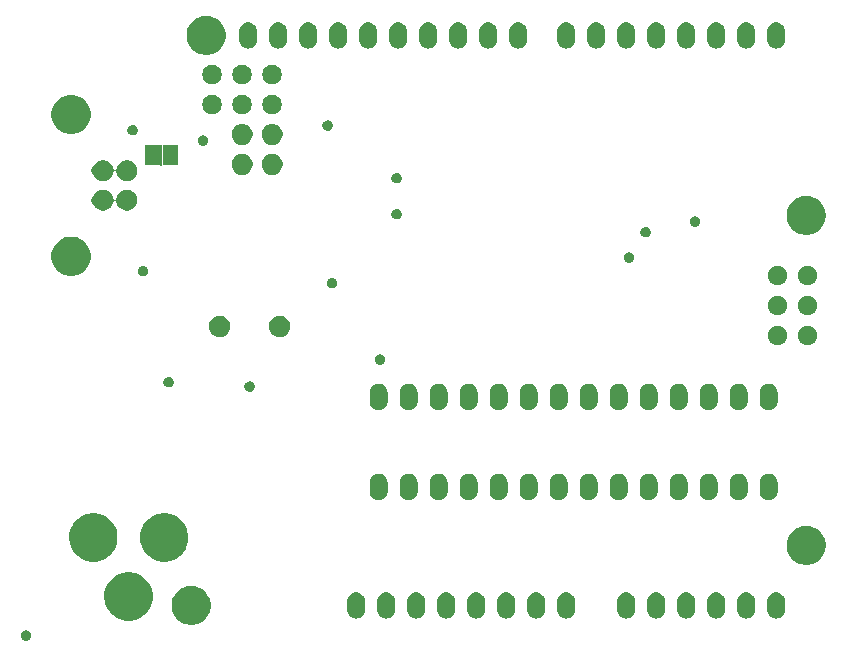
<source format=gbr>
G04 #@! TF.GenerationSoftware,KiCad,Pcbnew,5.1.4+dfsg1-1~bpo10+1*
G04 #@! TF.CreationDate,2022-07-19T17:35:19+05:30*
G04 #@! TF.ProjectId,UNO-TH_Rev3e,554e4f2d-5448-45f5-9265-7633652e6b69,rev?*
G04 #@! TF.SameCoordinates,Original*
G04 #@! TF.FileFunction,Soldermask,Bot*
G04 #@! TF.FilePolarity,Negative*
%FSLAX46Y46*%
G04 Gerber Fmt 4.6, Leading zero omitted, Abs format (unit mm)*
G04 Created by KiCad (PCBNEW 5.1.4+dfsg1-1~bpo10+1) date 2022-07-19 17:35:19*
%MOMM*%
%LPD*%
G04 APERTURE LIST*
%ADD10C,0.100000*%
G04 APERTURE END LIST*
D10*
G36*
X125717300Y-91948000D02*
G01*
X125564900Y-91948000D01*
X125564900Y-90119200D01*
X125717300Y-90119200D01*
X125717300Y-91948000D01*
G37*
G36*
X114299048Y-131231461D02*
G01*
X114383615Y-131257114D01*
X114461552Y-131298772D01*
X114529865Y-131354835D01*
X114585928Y-131423148D01*
X114627586Y-131501085D01*
X114653239Y-131585652D01*
X114661901Y-131673599D01*
X114661901Y-131673601D01*
X114653239Y-131761548D01*
X114627586Y-131846115D01*
X114585928Y-131924052D01*
X114529865Y-131992365D01*
X114461552Y-132048428D01*
X114383615Y-132090086D01*
X114299048Y-132115739D01*
X114211101Y-132124401D01*
X114211099Y-132124401D01*
X114123152Y-132115739D01*
X114038585Y-132090086D01*
X113960648Y-132048428D01*
X113892335Y-131992365D01*
X113836272Y-131924052D01*
X113794614Y-131846115D01*
X113768961Y-131761548D01*
X113760299Y-131673601D01*
X113760299Y-131673599D01*
X113768961Y-131585652D01*
X113794614Y-131501085D01*
X113836272Y-131423148D01*
X113892335Y-131354835D01*
X113960648Y-131298772D01*
X114038585Y-131257114D01*
X114123152Y-131231461D01*
X114211099Y-131222799D01*
X114211101Y-131222799D01*
X114299048Y-131231461D01*
X114299048Y-131231461D01*
G37*
G36*
X128556356Y-127524898D02*
G01*
X128662679Y-127546047D01*
X128963142Y-127670503D01*
X129233551Y-127851185D01*
X129463515Y-128081149D01*
X129567370Y-128236579D01*
X129644198Y-128351560D01*
X129644633Y-128352610D01*
X129758962Y-128628624D01*
X129768653Y-128652022D01*
X129831863Y-128969796D01*
X129832100Y-128970991D01*
X129832100Y-129296209D01*
X129768653Y-129615179D01*
X129742255Y-129678909D01*
X129644633Y-129914591D01*
X129644197Y-129915642D01*
X129463515Y-130186051D01*
X129233551Y-130416015D01*
X128963142Y-130596697D01*
X128662679Y-130721153D01*
X128556356Y-130742302D01*
X128343711Y-130784600D01*
X128018489Y-130784600D01*
X127805844Y-130742302D01*
X127699521Y-130721153D01*
X127399058Y-130596697D01*
X127128649Y-130416015D01*
X126898685Y-130186051D01*
X126718003Y-129915642D01*
X126717568Y-129914591D01*
X126619945Y-129678909D01*
X126593547Y-129615179D01*
X126530100Y-129296209D01*
X126530100Y-128970991D01*
X126530338Y-128969796D01*
X126593547Y-128652022D01*
X126603239Y-128628624D01*
X126717567Y-128352610D01*
X126718002Y-128351560D01*
X126794830Y-128236579D01*
X126898685Y-128081149D01*
X127128649Y-127851185D01*
X127399058Y-127670503D01*
X127699521Y-127546047D01*
X127805844Y-127524898D01*
X128018489Y-127482600D01*
X128343711Y-127482600D01*
X128556356Y-127524898D01*
X128556356Y-127524898D01*
G37*
G36*
X123364026Y-126373341D02*
G01*
X123496096Y-126399611D01*
X123869318Y-126554205D01*
X124038402Y-126667183D01*
X124205208Y-126778639D01*
X124490861Y-127064292D01*
X124715296Y-127400184D01*
X124869889Y-127773405D01*
X124948700Y-128169612D01*
X124948700Y-128573588D01*
X124933098Y-128652022D01*
X124869889Y-128969796D01*
X124787628Y-129168391D01*
X124715296Y-129343016D01*
X124517809Y-129638578D01*
X124490860Y-129678909D01*
X124205209Y-129964560D01*
X123869318Y-130188995D01*
X123496096Y-130343589D01*
X123364026Y-130369859D01*
X123099888Y-130422400D01*
X122695912Y-130422400D01*
X122431774Y-130369859D01*
X122299704Y-130343589D01*
X121926482Y-130188995D01*
X121590591Y-129964560D01*
X121304940Y-129678909D01*
X121277992Y-129638578D01*
X121080504Y-129343016D01*
X121008172Y-129168391D01*
X120925911Y-128969796D01*
X120862702Y-128652022D01*
X120847100Y-128573588D01*
X120847100Y-128169612D01*
X120925911Y-127773405D01*
X121080504Y-127400184D01*
X121304939Y-127064292D01*
X121590592Y-126778639D01*
X121757398Y-126667183D01*
X121926482Y-126554205D01*
X122299704Y-126399611D01*
X122431774Y-126373341D01*
X122695912Y-126320800D01*
X123099888Y-126320800D01*
X123364026Y-126373341D01*
X123364026Y-126373341D01*
G37*
G36*
X177860477Y-128027026D02*
G01*
X177966741Y-128059261D01*
X178004118Y-128070599D01*
X178136490Y-128141354D01*
X178136492Y-128141355D01*
X178136491Y-128141355D01*
X178252522Y-128236578D01*
X178330670Y-128331802D01*
X178347746Y-128352609D01*
X178418501Y-128484981D01*
X178429839Y-128522358D01*
X178462074Y-128628622D01*
X178473100Y-128740574D01*
X178473100Y-129526626D01*
X178462074Y-129638578D01*
X178429839Y-129744842D01*
X178418501Y-129782219D01*
X178347746Y-129914591D01*
X178252522Y-130030622D01*
X178136491Y-130125846D01*
X178004119Y-130196601D01*
X177966742Y-130207939D01*
X177860478Y-130240174D01*
X177711100Y-130254886D01*
X177561723Y-130240174D01*
X177455459Y-130207939D01*
X177418082Y-130196601D01*
X177285710Y-130125846D01*
X177169679Y-130030622D01*
X177074455Y-129914591D01*
X177003698Y-129782215D01*
X176960126Y-129638579D01*
X176949100Y-129526627D01*
X176949100Y-128740574D01*
X176955971Y-128670815D01*
X176960126Y-128628623D01*
X177003698Y-128484986D01*
X177003699Y-128484982D01*
X177074454Y-128352610D01*
X177088934Y-128334966D01*
X177169678Y-128236578D01*
X177285708Y-128141355D01*
X177285707Y-128141355D01*
X177285709Y-128141354D01*
X177418081Y-128070599D01*
X177455458Y-128059261D01*
X177561722Y-128027026D01*
X177711100Y-128012314D01*
X177860477Y-128027026D01*
X177860477Y-128027026D01*
G37*
G36*
X149920477Y-128027026D02*
G01*
X150026741Y-128059261D01*
X150064118Y-128070599D01*
X150196490Y-128141354D01*
X150196492Y-128141355D01*
X150196491Y-128141355D01*
X150312522Y-128236578D01*
X150390670Y-128331802D01*
X150407746Y-128352609D01*
X150478501Y-128484981D01*
X150489839Y-128522358D01*
X150522074Y-128628622D01*
X150533100Y-128740574D01*
X150533100Y-129526626D01*
X150522074Y-129638578D01*
X150489839Y-129744842D01*
X150478501Y-129782219D01*
X150407746Y-129914591D01*
X150312522Y-130030622D01*
X150196491Y-130125846D01*
X150064119Y-130196601D01*
X150026742Y-130207939D01*
X149920478Y-130240174D01*
X149771100Y-130254886D01*
X149621723Y-130240174D01*
X149515459Y-130207939D01*
X149478082Y-130196601D01*
X149345710Y-130125846D01*
X149229679Y-130030622D01*
X149134455Y-129914591D01*
X149063698Y-129782215D01*
X149020126Y-129638579D01*
X149009100Y-129526627D01*
X149009100Y-128740574D01*
X149015971Y-128670815D01*
X149020126Y-128628623D01*
X149063698Y-128484986D01*
X149063699Y-128484982D01*
X149134454Y-128352610D01*
X149148934Y-128334966D01*
X149229678Y-128236578D01*
X149345708Y-128141355D01*
X149345707Y-128141355D01*
X149345709Y-128141354D01*
X149478081Y-128070599D01*
X149515458Y-128059261D01*
X149621722Y-128027026D01*
X149771100Y-128012314D01*
X149920477Y-128027026D01*
X149920477Y-128027026D01*
G37*
G36*
X142300477Y-128027026D02*
G01*
X142406741Y-128059261D01*
X142444118Y-128070599D01*
X142576490Y-128141354D01*
X142576492Y-128141355D01*
X142576491Y-128141355D01*
X142692522Y-128236578D01*
X142770670Y-128331802D01*
X142787746Y-128352609D01*
X142858501Y-128484981D01*
X142869839Y-128522358D01*
X142902074Y-128628622D01*
X142913100Y-128740574D01*
X142913100Y-129526626D01*
X142902074Y-129638578D01*
X142869839Y-129744842D01*
X142858501Y-129782219D01*
X142787746Y-129914591D01*
X142692522Y-130030622D01*
X142576491Y-130125846D01*
X142444119Y-130196601D01*
X142406742Y-130207939D01*
X142300478Y-130240174D01*
X142151100Y-130254886D01*
X142001723Y-130240174D01*
X141895459Y-130207939D01*
X141858082Y-130196601D01*
X141725710Y-130125846D01*
X141609679Y-130030622D01*
X141514455Y-129914591D01*
X141443698Y-129782215D01*
X141400126Y-129638579D01*
X141389100Y-129526627D01*
X141389100Y-128740574D01*
X141395971Y-128670815D01*
X141400126Y-128628623D01*
X141443698Y-128484986D01*
X141443699Y-128484982D01*
X141514454Y-128352610D01*
X141528934Y-128334966D01*
X141609678Y-128236578D01*
X141725708Y-128141355D01*
X141725707Y-128141355D01*
X141725709Y-128141354D01*
X141858081Y-128070599D01*
X141895458Y-128059261D01*
X142001722Y-128027026D01*
X142151100Y-128012314D01*
X142300477Y-128027026D01*
X142300477Y-128027026D01*
G37*
G36*
X144840477Y-128027026D02*
G01*
X144946741Y-128059261D01*
X144984118Y-128070599D01*
X145116490Y-128141354D01*
X145116492Y-128141355D01*
X145116491Y-128141355D01*
X145232522Y-128236578D01*
X145310670Y-128331802D01*
X145327746Y-128352609D01*
X145398501Y-128484981D01*
X145409839Y-128522358D01*
X145442074Y-128628622D01*
X145453100Y-128740574D01*
X145453100Y-129526626D01*
X145442074Y-129638578D01*
X145409839Y-129744842D01*
X145398501Y-129782219D01*
X145327746Y-129914591D01*
X145232522Y-130030622D01*
X145116491Y-130125846D01*
X144984119Y-130196601D01*
X144946742Y-130207939D01*
X144840478Y-130240174D01*
X144691100Y-130254886D01*
X144541723Y-130240174D01*
X144435459Y-130207939D01*
X144398082Y-130196601D01*
X144265710Y-130125846D01*
X144149679Y-130030622D01*
X144054455Y-129914591D01*
X143983698Y-129782215D01*
X143940126Y-129638579D01*
X143929100Y-129526627D01*
X143929100Y-128740574D01*
X143935971Y-128670815D01*
X143940126Y-128628623D01*
X143983698Y-128484986D01*
X143983699Y-128484982D01*
X144054454Y-128352610D01*
X144068934Y-128334966D01*
X144149678Y-128236578D01*
X144265708Y-128141355D01*
X144265707Y-128141355D01*
X144265709Y-128141354D01*
X144398081Y-128070599D01*
X144435458Y-128059261D01*
X144541722Y-128027026D01*
X144691100Y-128012314D01*
X144840477Y-128027026D01*
X144840477Y-128027026D01*
G37*
G36*
X147380477Y-128027026D02*
G01*
X147486741Y-128059261D01*
X147524118Y-128070599D01*
X147656490Y-128141354D01*
X147656492Y-128141355D01*
X147656491Y-128141355D01*
X147772522Y-128236578D01*
X147850670Y-128331802D01*
X147867746Y-128352609D01*
X147938501Y-128484981D01*
X147949839Y-128522358D01*
X147982074Y-128628622D01*
X147993100Y-128740574D01*
X147993100Y-129526626D01*
X147982074Y-129638578D01*
X147949839Y-129744842D01*
X147938501Y-129782219D01*
X147867746Y-129914591D01*
X147772522Y-130030622D01*
X147656491Y-130125846D01*
X147524119Y-130196601D01*
X147486742Y-130207939D01*
X147380478Y-130240174D01*
X147231100Y-130254886D01*
X147081723Y-130240174D01*
X146975459Y-130207939D01*
X146938082Y-130196601D01*
X146805710Y-130125846D01*
X146689679Y-130030622D01*
X146594455Y-129914591D01*
X146523698Y-129782215D01*
X146480126Y-129638579D01*
X146469100Y-129526627D01*
X146469100Y-128740574D01*
X146475971Y-128670815D01*
X146480126Y-128628623D01*
X146523698Y-128484986D01*
X146523699Y-128484982D01*
X146594454Y-128352610D01*
X146608934Y-128334966D01*
X146689678Y-128236578D01*
X146805708Y-128141355D01*
X146805707Y-128141355D01*
X146805709Y-128141354D01*
X146938081Y-128070599D01*
X146975458Y-128059261D01*
X147081722Y-128027026D01*
X147231100Y-128012314D01*
X147380477Y-128027026D01*
X147380477Y-128027026D01*
G37*
G36*
X152460477Y-128027026D02*
G01*
X152566741Y-128059261D01*
X152604118Y-128070599D01*
X152736490Y-128141354D01*
X152736492Y-128141355D01*
X152736491Y-128141355D01*
X152852522Y-128236578D01*
X152930670Y-128331802D01*
X152947746Y-128352609D01*
X153018501Y-128484981D01*
X153029839Y-128522358D01*
X153062074Y-128628622D01*
X153073100Y-128740574D01*
X153073100Y-129526626D01*
X153062074Y-129638578D01*
X153029839Y-129744842D01*
X153018501Y-129782219D01*
X152947746Y-129914591D01*
X152852522Y-130030622D01*
X152736491Y-130125846D01*
X152604119Y-130196601D01*
X152566742Y-130207939D01*
X152460478Y-130240174D01*
X152311100Y-130254886D01*
X152161723Y-130240174D01*
X152055459Y-130207939D01*
X152018082Y-130196601D01*
X151885710Y-130125846D01*
X151769679Y-130030622D01*
X151674455Y-129914591D01*
X151603698Y-129782215D01*
X151560126Y-129638579D01*
X151549100Y-129526627D01*
X151549100Y-128740574D01*
X151555971Y-128670815D01*
X151560126Y-128628623D01*
X151603698Y-128484986D01*
X151603699Y-128484982D01*
X151674454Y-128352610D01*
X151688934Y-128334966D01*
X151769678Y-128236578D01*
X151885708Y-128141355D01*
X151885707Y-128141355D01*
X151885709Y-128141354D01*
X152018081Y-128070599D01*
X152055458Y-128059261D01*
X152161722Y-128027026D01*
X152311100Y-128012314D01*
X152460477Y-128027026D01*
X152460477Y-128027026D01*
G37*
G36*
X155000477Y-128027026D02*
G01*
X155106741Y-128059261D01*
X155144118Y-128070599D01*
X155276490Y-128141354D01*
X155276492Y-128141355D01*
X155276491Y-128141355D01*
X155392522Y-128236578D01*
X155470670Y-128331802D01*
X155487746Y-128352609D01*
X155558501Y-128484981D01*
X155569839Y-128522358D01*
X155602074Y-128628622D01*
X155613100Y-128740574D01*
X155613100Y-129526626D01*
X155602074Y-129638578D01*
X155569839Y-129744842D01*
X155558501Y-129782219D01*
X155487746Y-129914591D01*
X155392522Y-130030622D01*
X155276491Y-130125846D01*
X155144119Y-130196601D01*
X155106742Y-130207939D01*
X155000478Y-130240174D01*
X154851100Y-130254886D01*
X154701723Y-130240174D01*
X154595459Y-130207939D01*
X154558082Y-130196601D01*
X154425710Y-130125846D01*
X154309679Y-130030622D01*
X154214455Y-129914591D01*
X154143698Y-129782215D01*
X154100126Y-129638579D01*
X154089100Y-129526627D01*
X154089100Y-128740574D01*
X154095971Y-128670815D01*
X154100126Y-128628623D01*
X154143698Y-128484986D01*
X154143699Y-128484982D01*
X154214454Y-128352610D01*
X154228934Y-128334966D01*
X154309678Y-128236578D01*
X154425708Y-128141355D01*
X154425707Y-128141355D01*
X154425709Y-128141354D01*
X154558081Y-128070599D01*
X154595458Y-128059261D01*
X154701722Y-128027026D01*
X154851100Y-128012314D01*
X155000477Y-128027026D01*
X155000477Y-128027026D01*
G37*
G36*
X160080477Y-128027026D02*
G01*
X160186741Y-128059261D01*
X160224118Y-128070599D01*
X160356490Y-128141354D01*
X160356492Y-128141355D01*
X160356491Y-128141355D01*
X160472522Y-128236578D01*
X160550670Y-128331802D01*
X160567746Y-128352609D01*
X160638501Y-128484981D01*
X160649839Y-128522358D01*
X160682074Y-128628622D01*
X160693100Y-128740574D01*
X160693100Y-129526626D01*
X160682074Y-129638578D01*
X160649839Y-129744842D01*
X160638501Y-129782219D01*
X160567746Y-129914591D01*
X160472522Y-130030622D01*
X160356491Y-130125846D01*
X160224119Y-130196601D01*
X160186742Y-130207939D01*
X160080478Y-130240174D01*
X159931100Y-130254886D01*
X159781723Y-130240174D01*
X159675459Y-130207939D01*
X159638082Y-130196601D01*
X159505710Y-130125846D01*
X159389679Y-130030622D01*
X159294455Y-129914591D01*
X159223698Y-129782215D01*
X159180126Y-129638579D01*
X159169100Y-129526627D01*
X159169100Y-128740574D01*
X159175971Y-128670815D01*
X159180126Y-128628623D01*
X159223698Y-128484986D01*
X159223699Y-128484982D01*
X159294454Y-128352610D01*
X159308934Y-128334966D01*
X159389678Y-128236578D01*
X159505708Y-128141355D01*
X159505707Y-128141355D01*
X159505709Y-128141354D01*
X159638081Y-128070599D01*
X159675458Y-128059261D01*
X159781722Y-128027026D01*
X159931100Y-128012314D01*
X160080477Y-128027026D01*
X160080477Y-128027026D01*
G37*
G36*
X165160477Y-128027026D02*
G01*
X165266741Y-128059261D01*
X165304118Y-128070599D01*
X165436490Y-128141354D01*
X165436492Y-128141355D01*
X165436491Y-128141355D01*
X165552522Y-128236578D01*
X165630670Y-128331802D01*
X165647746Y-128352609D01*
X165718501Y-128484981D01*
X165729839Y-128522358D01*
X165762074Y-128628622D01*
X165773100Y-128740574D01*
X165773100Y-129526626D01*
X165762074Y-129638578D01*
X165729839Y-129744842D01*
X165718501Y-129782219D01*
X165647746Y-129914591D01*
X165552522Y-130030622D01*
X165436491Y-130125846D01*
X165304119Y-130196601D01*
X165266742Y-130207939D01*
X165160478Y-130240174D01*
X165011100Y-130254886D01*
X164861723Y-130240174D01*
X164755459Y-130207939D01*
X164718082Y-130196601D01*
X164585710Y-130125846D01*
X164469679Y-130030622D01*
X164374455Y-129914591D01*
X164303698Y-129782215D01*
X164260126Y-129638579D01*
X164249100Y-129526627D01*
X164249100Y-128740574D01*
X164255971Y-128670815D01*
X164260126Y-128628623D01*
X164303698Y-128484986D01*
X164303699Y-128484982D01*
X164374454Y-128352610D01*
X164388934Y-128334966D01*
X164469678Y-128236578D01*
X164585708Y-128141355D01*
X164585707Y-128141355D01*
X164585709Y-128141354D01*
X164718081Y-128070599D01*
X164755458Y-128059261D01*
X164861722Y-128027026D01*
X165011100Y-128012314D01*
X165160477Y-128027026D01*
X165160477Y-128027026D01*
G37*
G36*
X167700477Y-128027026D02*
G01*
X167806741Y-128059261D01*
X167844118Y-128070599D01*
X167976490Y-128141354D01*
X167976492Y-128141355D01*
X167976491Y-128141355D01*
X168092522Y-128236578D01*
X168170670Y-128331802D01*
X168187746Y-128352609D01*
X168258501Y-128484981D01*
X168269839Y-128522358D01*
X168302074Y-128628622D01*
X168313100Y-128740574D01*
X168313100Y-129526626D01*
X168302074Y-129638578D01*
X168269839Y-129744842D01*
X168258501Y-129782219D01*
X168187746Y-129914591D01*
X168092522Y-130030622D01*
X167976491Y-130125846D01*
X167844119Y-130196601D01*
X167806742Y-130207939D01*
X167700478Y-130240174D01*
X167551100Y-130254886D01*
X167401723Y-130240174D01*
X167295459Y-130207939D01*
X167258082Y-130196601D01*
X167125710Y-130125846D01*
X167009679Y-130030622D01*
X166914455Y-129914591D01*
X166843698Y-129782215D01*
X166800126Y-129638579D01*
X166789100Y-129526627D01*
X166789100Y-128740574D01*
X166795971Y-128670815D01*
X166800126Y-128628623D01*
X166843698Y-128484986D01*
X166843699Y-128484982D01*
X166914454Y-128352610D01*
X166928934Y-128334966D01*
X167009678Y-128236578D01*
X167125708Y-128141355D01*
X167125707Y-128141355D01*
X167125709Y-128141354D01*
X167258081Y-128070599D01*
X167295458Y-128059261D01*
X167401722Y-128027026D01*
X167551100Y-128012314D01*
X167700477Y-128027026D01*
X167700477Y-128027026D01*
G37*
G36*
X170240477Y-128027026D02*
G01*
X170346741Y-128059261D01*
X170384118Y-128070599D01*
X170516490Y-128141354D01*
X170516492Y-128141355D01*
X170516491Y-128141355D01*
X170632522Y-128236578D01*
X170710670Y-128331802D01*
X170727746Y-128352609D01*
X170798501Y-128484981D01*
X170809839Y-128522358D01*
X170842074Y-128628622D01*
X170853100Y-128740574D01*
X170853100Y-129526626D01*
X170842074Y-129638578D01*
X170809839Y-129744842D01*
X170798501Y-129782219D01*
X170727746Y-129914591D01*
X170632522Y-130030622D01*
X170516491Y-130125846D01*
X170384119Y-130196601D01*
X170346742Y-130207939D01*
X170240478Y-130240174D01*
X170091100Y-130254886D01*
X169941723Y-130240174D01*
X169835459Y-130207939D01*
X169798082Y-130196601D01*
X169665710Y-130125846D01*
X169549679Y-130030622D01*
X169454455Y-129914591D01*
X169383698Y-129782215D01*
X169340126Y-129638579D01*
X169329100Y-129526627D01*
X169329100Y-128740574D01*
X169335971Y-128670815D01*
X169340126Y-128628623D01*
X169383698Y-128484986D01*
X169383699Y-128484982D01*
X169454454Y-128352610D01*
X169468934Y-128334966D01*
X169549678Y-128236578D01*
X169665708Y-128141355D01*
X169665707Y-128141355D01*
X169665709Y-128141354D01*
X169798081Y-128070599D01*
X169835458Y-128059261D01*
X169941722Y-128027026D01*
X170091100Y-128012314D01*
X170240477Y-128027026D01*
X170240477Y-128027026D01*
G37*
G36*
X172780477Y-128027026D02*
G01*
X172886741Y-128059261D01*
X172924118Y-128070599D01*
X173056490Y-128141354D01*
X173056492Y-128141355D01*
X173056491Y-128141355D01*
X173172522Y-128236578D01*
X173250670Y-128331802D01*
X173267746Y-128352609D01*
X173338501Y-128484981D01*
X173349839Y-128522358D01*
X173382074Y-128628622D01*
X173393100Y-128740574D01*
X173393100Y-129526626D01*
X173382074Y-129638578D01*
X173349839Y-129744842D01*
X173338501Y-129782219D01*
X173267746Y-129914591D01*
X173172522Y-130030622D01*
X173056491Y-130125846D01*
X172924119Y-130196601D01*
X172886742Y-130207939D01*
X172780478Y-130240174D01*
X172631100Y-130254886D01*
X172481723Y-130240174D01*
X172375459Y-130207939D01*
X172338082Y-130196601D01*
X172205710Y-130125846D01*
X172089679Y-130030622D01*
X171994455Y-129914591D01*
X171923698Y-129782215D01*
X171880126Y-129638579D01*
X171869100Y-129526627D01*
X171869100Y-128740574D01*
X171875971Y-128670815D01*
X171880126Y-128628623D01*
X171923698Y-128484986D01*
X171923699Y-128484982D01*
X171994454Y-128352610D01*
X172008934Y-128334966D01*
X172089678Y-128236578D01*
X172205708Y-128141355D01*
X172205707Y-128141355D01*
X172205709Y-128141354D01*
X172338081Y-128070599D01*
X172375458Y-128059261D01*
X172481722Y-128027026D01*
X172631100Y-128012314D01*
X172780477Y-128027026D01*
X172780477Y-128027026D01*
G37*
G36*
X175320477Y-128027026D02*
G01*
X175426741Y-128059261D01*
X175464118Y-128070599D01*
X175596490Y-128141354D01*
X175596492Y-128141355D01*
X175596491Y-128141355D01*
X175712522Y-128236578D01*
X175790670Y-128331802D01*
X175807746Y-128352609D01*
X175878501Y-128484981D01*
X175889839Y-128522358D01*
X175922074Y-128628622D01*
X175933100Y-128740574D01*
X175933100Y-129526626D01*
X175922074Y-129638578D01*
X175889839Y-129744842D01*
X175878501Y-129782219D01*
X175807746Y-129914591D01*
X175712522Y-130030622D01*
X175596491Y-130125846D01*
X175464119Y-130196601D01*
X175426742Y-130207939D01*
X175320478Y-130240174D01*
X175171100Y-130254886D01*
X175021723Y-130240174D01*
X174915459Y-130207939D01*
X174878082Y-130196601D01*
X174745710Y-130125846D01*
X174629679Y-130030622D01*
X174534455Y-129914591D01*
X174463698Y-129782215D01*
X174420126Y-129638579D01*
X174409100Y-129526627D01*
X174409100Y-128740574D01*
X174415971Y-128670815D01*
X174420126Y-128628623D01*
X174463698Y-128484986D01*
X174463699Y-128484982D01*
X174534454Y-128352610D01*
X174548934Y-128334966D01*
X174629678Y-128236578D01*
X174745708Y-128141355D01*
X174745707Y-128141355D01*
X174745709Y-128141354D01*
X174878081Y-128070599D01*
X174915458Y-128059261D01*
X175021722Y-128027026D01*
X175171100Y-128012314D01*
X175320477Y-128027026D01*
X175320477Y-128027026D01*
G37*
G36*
X157540477Y-128027026D02*
G01*
X157646741Y-128059261D01*
X157684118Y-128070599D01*
X157816490Y-128141354D01*
X157816492Y-128141355D01*
X157816491Y-128141355D01*
X157932522Y-128236578D01*
X158010670Y-128331802D01*
X158027746Y-128352609D01*
X158098501Y-128484981D01*
X158109839Y-128522358D01*
X158142074Y-128628622D01*
X158153100Y-128740574D01*
X158153100Y-129526626D01*
X158142074Y-129638578D01*
X158109839Y-129744842D01*
X158098501Y-129782219D01*
X158027746Y-129914591D01*
X157932522Y-130030622D01*
X157816491Y-130125846D01*
X157684119Y-130196601D01*
X157646742Y-130207939D01*
X157540478Y-130240174D01*
X157391100Y-130254886D01*
X157241723Y-130240174D01*
X157135459Y-130207939D01*
X157098082Y-130196601D01*
X156965710Y-130125846D01*
X156849679Y-130030622D01*
X156754455Y-129914591D01*
X156683698Y-129782215D01*
X156640126Y-129638579D01*
X156629100Y-129526627D01*
X156629100Y-128740574D01*
X156635971Y-128670815D01*
X156640126Y-128628623D01*
X156683698Y-128484986D01*
X156683699Y-128484982D01*
X156754454Y-128352610D01*
X156768934Y-128334966D01*
X156849678Y-128236578D01*
X156965708Y-128141355D01*
X156965707Y-128141355D01*
X156965709Y-128141354D01*
X157098081Y-128070599D01*
X157135458Y-128059261D01*
X157241722Y-128027026D01*
X157391100Y-128012314D01*
X157540477Y-128027026D01*
X157540477Y-128027026D01*
G37*
G36*
X180626356Y-122444898D02*
G01*
X180732679Y-122466047D01*
X181033142Y-122590503D01*
X181303551Y-122771185D01*
X181533515Y-123001149D01*
X181714197Y-123271558D01*
X181814973Y-123514852D01*
X181838653Y-123572022D01*
X181902100Y-123890989D01*
X181902100Y-124216211D01*
X181877632Y-124339218D01*
X181838653Y-124535179D01*
X181714197Y-124835642D01*
X181533515Y-125106051D01*
X181303551Y-125336015D01*
X181033142Y-125516697D01*
X180732679Y-125641153D01*
X180626356Y-125662302D01*
X180413711Y-125704600D01*
X180088489Y-125704600D01*
X179875844Y-125662302D01*
X179769521Y-125641153D01*
X179469058Y-125516697D01*
X179198649Y-125336015D01*
X178968685Y-125106051D01*
X178788003Y-124835642D01*
X178663547Y-124535179D01*
X178624568Y-124339218D01*
X178600100Y-124216211D01*
X178600100Y-123890989D01*
X178663547Y-123572022D01*
X178687228Y-123514852D01*
X178788003Y-123271558D01*
X178968685Y-123001149D01*
X179198649Y-122771185D01*
X179469058Y-122590503D01*
X179769521Y-122466047D01*
X179875844Y-122444898D01*
X180088489Y-122402600D01*
X180413711Y-122402600D01*
X180626356Y-122444898D01*
X180626356Y-122444898D01*
G37*
G36*
X120366826Y-121369541D02*
G01*
X120498896Y-121395811D01*
X120872118Y-121550405D01*
X121208009Y-121774840D01*
X121493660Y-122060491D01*
X121658095Y-122306585D01*
X121718096Y-122396384D01*
X121872689Y-122769605D01*
X121951500Y-123165812D01*
X121951500Y-123569788D01*
X121907015Y-123793428D01*
X121872689Y-123965996D01*
X121718095Y-124339218D01*
X121493660Y-124675109D01*
X121208009Y-124960760D01*
X120872118Y-125185195D01*
X120498896Y-125339789D01*
X120366826Y-125366059D01*
X120102688Y-125418600D01*
X119698712Y-125418600D01*
X119434574Y-125366059D01*
X119302504Y-125339789D01*
X118929282Y-125185195D01*
X118593391Y-124960760D01*
X118307740Y-124675109D01*
X118083305Y-124339218D01*
X117928711Y-123965996D01*
X117894385Y-123793428D01*
X117849900Y-123569788D01*
X117849900Y-123165812D01*
X117928711Y-122769605D01*
X118083304Y-122396384D01*
X118143306Y-122306585D01*
X118307740Y-122060491D01*
X118593391Y-121774840D01*
X118929282Y-121550405D01*
X119302504Y-121395811D01*
X119434574Y-121369541D01*
X119698712Y-121317000D01*
X120102688Y-121317000D01*
X120366826Y-121369541D01*
X120366826Y-121369541D01*
G37*
G36*
X126361226Y-121369541D02*
G01*
X126493296Y-121395811D01*
X126866518Y-121550405D01*
X127202409Y-121774840D01*
X127488060Y-122060491D01*
X127652495Y-122306585D01*
X127712496Y-122396384D01*
X127867089Y-122769605D01*
X127945900Y-123165812D01*
X127945900Y-123569788D01*
X127901415Y-123793428D01*
X127867089Y-123965996D01*
X127712495Y-124339218D01*
X127488060Y-124675109D01*
X127202409Y-124960760D01*
X126866518Y-125185195D01*
X126493296Y-125339789D01*
X126361226Y-125366059D01*
X126097088Y-125418600D01*
X125693112Y-125418600D01*
X125428974Y-125366059D01*
X125296904Y-125339789D01*
X124923682Y-125185195D01*
X124587791Y-124960760D01*
X124302140Y-124675109D01*
X124077705Y-124339218D01*
X123923111Y-123965996D01*
X123888785Y-123793428D01*
X123844300Y-123569788D01*
X123844300Y-123165812D01*
X123923111Y-122769605D01*
X124077704Y-122396384D01*
X124137706Y-122306585D01*
X124302140Y-122060491D01*
X124587791Y-121774840D01*
X124923682Y-121550405D01*
X125296904Y-121395811D01*
X125428974Y-121369541D01*
X125693112Y-121317000D01*
X126097088Y-121317000D01*
X126361226Y-121369541D01*
X126361226Y-121369541D01*
G37*
G36*
X146745478Y-117994026D02*
G01*
X146851742Y-118026261D01*
X146889119Y-118037599D01*
X147021491Y-118108354D01*
X147137522Y-118203578D01*
X147232746Y-118319609D01*
X147303501Y-118451981D01*
X147303502Y-118451985D01*
X147347074Y-118595622D01*
X147358100Y-118707574D01*
X147358100Y-119493626D01*
X147347074Y-119605578D01*
X147314839Y-119711842D01*
X147303501Y-119749219D01*
X147232746Y-119881591D01*
X147232745Y-119881592D01*
X147137522Y-119997622D01*
X147039134Y-120078366D01*
X147021490Y-120092846D01*
X146889118Y-120163601D01*
X146851741Y-120174939D01*
X146745477Y-120207174D01*
X146596100Y-120221886D01*
X146446722Y-120207174D01*
X146340458Y-120174939D01*
X146303081Y-120163601D01*
X146170709Y-120092846D01*
X146149902Y-120075770D01*
X146054678Y-119997622D01*
X145959455Y-119881591D01*
X145959454Y-119881590D01*
X145888699Y-119749218D01*
X145877361Y-119711841D01*
X145845126Y-119605577D01*
X145834100Y-119493625D01*
X145834100Y-118707574D01*
X145845126Y-118595622D01*
X145845126Y-118595621D01*
X145888698Y-118451985D01*
X145959455Y-118319609D01*
X146054679Y-118203578D01*
X146170710Y-118108354D01*
X146303082Y-118037599D01*
X146340459Y-118026261D01*
X146446723Y-117994026D01*
X146596100Y-117979314D01*
X146745478Y-117994026D01*
X146745478Y-117994026D01*
G37*
G36*
X144205478Y-117994026D02*
G01*
X144311742Y-118026261D01*
X144349119Y-118037599D01*
X144481491Y-118108354D01*
X144597522Y-118203578D01*
X144692746Y-118319609D01*
X144763501Y-118451981D01*
X144763502Y-118451985D01*
X144807074Y-118595622D01*
X144818100Y-118707574D01*
X144818100Y-119493626D01*
X144807074Y-119605578D01*
X144774839Y-119711842D01*
X144763501Y-119749219D01*
X144692746Y-119881591D01*
X144692745Y-119881592D01*
X144597522Y-119997622D01*
X144499134Y-120078366D01*
X144481490Y-120092846D01*
X144349118Y-120163601D01*
X144311741Y-120174939D01*
X144205477Y-120207174D01*
X144056100Y-120221886D01*
X143906722Y-120207174D01*
X143800458Y-120174939D01*
X143763081Y-120163601D01*
X143630709Y-120092846D01*
X143609902Y-120075770D01*
X143514678Y-119997622D01*
X143419455Y-119881591D01*
X143419454Y-119881590D01*
X143348699Y-119749218D01*
X143337361Y-119711841D01*
X143305126Y-119605577D01*
X143294100Y-119493625D01*
X143294100Y-118707574D01*
X143305126Y-118595622D01*
X143305126Y-118595621D01*
X143348698Y-118451985D01*
X143419455Y-118319609D01*
X143514679Y-118203578D01*
X143630710Y-118108354D01*
X143763082Y-118037599D01*
X143800459Y-118026261D01*
X143906723Y-117994026D01*
X144056100Y-117979314D01*
X144205478Y-117994026D01*
X144205478Y-117994026D01*
G37*
G36*
X149285478Y-117994026D02*
G01*
X149391742Y-118026261D01*
X149429119Y-118037599D01*
X149561491Y-118108354D01*
X149677522Y-118203578D01*
X149772746Y-118319609D01*
X149843501Y-118451981D01*
X149843502Y-118451985D01*
X149887074Y-118595622D01*
X149898100Y-118707574D01*
X149898100Y-119493626D01*
X149887074Y-119605578D01*
X149854839Y-119711842D01*
X149843501Y-119749219D01*
X149772746Y-119881591D01*
X149772745Y-119881592D01*
X149677522Y-119997622D01*
X149579134Y-120078366D01*
X149561490Y-120092846D01*
X149429118Y-120163601D01*
X149391741Y-120174939D01*
X149285477Y-120207174D01*
X149136100Y-120221886D01*
X148986722Y-120207174D01*
X148880458Y-120174939D01*
X148843081Y-120163601D01*
X148710709Y-120092846D01*
X148689902Y-120075770D01*
X148594678Y-119997622D01*
X148499455Y-119881591D01*
X148499454Y-119881590D01*
X148428699Y-119749218D01*
X148417361Y-119711841D01*
X148385126Y-119605577D01*
X148374100Y-119493625D01*
X148374100Y-118707574D01*
X148385126Y-118595622D01*
X148385126Y-118595621D01*
X148428698Y-118451985D01*
X148499455Y-118319609D01*
X148594679Y-118203578D01*
X148710710Y-118108354D01*
X148843082Y-118037599D01*
X148880459Y-118026261D01*
X148986723Y-117994026D01*
X149136100Y-117979314D01*
X149285478Y-117994026D01*
X149285478Y-117994026D01*
G37*
G36*
X151825478Y-117994026D02*
G01*
X151931742Y-118026261D01*
X151969119Y-118037599D01*
X152101491Y-118108354D01*
X152217522Y-118203578D01*
X152312746Y-118319609D01*
X152383501Y-118451981D01*
X152383502Y-118451985D01*
X152427074Y-118595622D01*
X152438100Y-118707574D01*
X152438100Y-119493626D01*
X152427074Y-119605578D01*
X152394839Y-119711842D01*
X152383501Y-119749219D01*
X152312746Y-119881591D01*
X152312745Y-119881592D01*
X152217522Y-119997622D01*
X152119134Y-120078366D01*
X152101490Y-120092846D01*
X151969118Y-120163601D01*
X151931741Y-120174939D01*
X151825477Y-120207174D01*
X151676100Y-120221886D01*
X151526722Y-120207174D01*
X151420458Y-120174939D01*
X151383081Y-120163601D01*
X151250709Y-120092846D01*
X151229902Y-120075770D01*
X151134678Y-119997622D01*
X151039455Y-119881591D01*
X151039454Y-119881590D01*
X150968699Y-119749218D01*
X150957361Y-119711841D01*
X150925126Y-119605577D01*
X150914100Y-119493625D01*
X150914100Y-118707574D01*
X150925126Y-118595622D01*
X150925126Y-118595621D01*
X150968698Y-118451985D01*
X151039455Y-118319609D01*
X151134679Y-118203578D01*
X151250710Y-118108354D01*
X151383082Y-118037599D01*
X151420459Y-118026261D01*
X151526723Y-117994026D01*
X151676100Y-117979314D01*
X151825478Y-117994026D01*
X151825478Y-117994026D01*
G37*
G36*
X154365478Y-117994026D02*
G01*
X154471742Y-118026261D01*
X154509119Y-118037599D01*
X154641491Y-118108354D01*
X154757522Y-118203578D01*
X154852746Y-118319609D01*
X154923501Y-118451981D01*
X154923502Y-118451985D01*
X154967074Y-118595622D01*
X154978100Y-118707574D01*
X154978100Y-119493626D01*
X154967074Y-119605578D01*
X154934839Y-119711842D01*
X154923501Y-119749219D01*
X154852746Y-119881591D01*
X154852745Y-119881592D01*
X154757522Y-119997622D01*
X154659134Y-120078366D01*
X154641490Y-120092846D01*
X154509118Y-120163601D01*
X154471741Y-120174939D01*
X154365477Y-120207174D01*
X154216100Y-120221886D01*
X154066722Y-120207174D01*
X153960458Y-120174939D01*
X153923081Y-120163601D01*
X153790709Y-120092846D01*
X153769902Y-120075770D01*
X153674678Y-119997622D01*
X153579455Y-119881591D01*
X153579454Y-119881590D01*
X153508699Y-119749218D01*
X153497361Y-119711841D01*
X153465126Y-119605577D01*
X153454100Y-119493625D01*
X153454100Y-118707574D01*
X153465126Y-118595622D01*
X153465126Y-118595621D01*
X153508698Y-118451985D01*
X153579455Y-118319609D01*
X153674679Y-118203578D01*
X153790710Y-118108354D01*
X153923082Y-118037599D01*
X153960459Y-118026261D01*
X154066723Y-117994026D01*
X154216100Y-117979314D01*
X154365478Y-117994026D01*
X154365478Y-117994026D01*
G37*
G36*
X156905478Y-117994026D02*
G01*
X157011742Y-118026261D01*
X157049119Y-118037599D01*
X157181491Y-118108354D01*
X157297522Y-118203578D01*
X157392746Y-118319609D01*
X157463501Y-118451981D01*
X157463502Y-118451985D01*
X157507074Y-118595622D01*
X157518100Y-118707574D01*
X157518100Y-119493626D01*
X157507074Y-119605578D01*
X157474839Y-119711842D01*
X157463501Y-119749219D01*
X157392746Y-119881591D01*
X157392745Y-119881592D01*
X157297522Y-119997622D01*
X157199134Y-120078366D01*
X157181490Y-120092846D01*
X157049118Y-120163601D01*
X157011741Y-120174939D01*
X156905477Y-120207174D01*
X156756100Y-120221886D01*
X156606722Y-120207174D01*
X156500458Y-120174939D01*
X156463081Y-120163601D01*
X156330709Y-120092846D01*
X156309902Y-120075770D01*
X156214678Y-119997622D01*
X156119455Y-119881591D01*
X156119454Y-119881590D01*
X156048699Y-119749218D01*
X156037361Y-119711841D01*
X156005126Y-119605577D01*
X155994100Y-119493625D01*
X155994100Y-118707574D01*
X156005126Y-118595622D01*
X156005126Y-118595621D01*
X156048698Y-118451985D01*
X156119455Y-118319609D01*
X156214679Y-118203578D01*
X156330710Y-118108354D01*
X156463082Y-118037599D01*
X156500459Y-118026261D01*
X156606723Y-117994026D01*
X156756100Y-117979314D01*
X156905478Y-117994026D01*
X156905478Y-117994026D01*
G37*
G36*
X161985478Y-117994026D02*
G01*
X162091742Y-118026261D01*
X162129119Y-118037599D01*
X162261491Y-118108354D01*
X162377522Y-118203578D01*
X162472746Y-118319609D01*
X162543501Y-118451981D01*
X162543502Y-118451985D01*
X162587074Y-118595622D01*
X162598100Y-118707574D01*
X162598100Y-119493626D01*
X162587074Y-119605578D01*
X162554839Y-119711842D01*
X162543501Y-119749219D01*
X162472746Y-119881591D01*
X162472745Y-119881592D01*
X162377522Y-119997622D01*
X162279134Y-120078366D01*
X162261490Y-120092846D01*
X162129118Y-120163601D01*
X162091741Y-120174939D01*
X161985477Y-120207174D01*
X161836100Y-120221886D01*
X161686722Y-120207174D01*
X161580458Y-120174939D01*
X161543081Y-120163601D01*
X161410709Y-120092846D01*
X161389902Y-120075770D01*
X161294678Y-119997622D01*
X161199455Y-119881591D01*
X161199454Y-119881590D01*
X161128699Y-119749218D01*
X161117361Y-119711841D01*
X161085126Y-119605577D01*
X161074100Y-119493625D01*
X161074100Y-118707574D01*
X161085126Y-118595622D01*
X161085126Y-118595621D01*
X161128698Y-118451985D01*
X161199455Y-118319609D01*
X161294679Y-118203578D01*
X161410710Y-118108354D01*
X161543082Y-118037599D01*
X161580459Y-118026261D01*
X161686723Y-117994026D01*
X161836100Y-117979314D01*
X161985478Y-117994026D01*
X161985478Y-117994026D01*
G37*
G36*
X167065478Y-117994026D02*
G01*
X167171742Y-118026261D01*
X167209119Y-118037599D01*
X167341491Y-118108354D01*
X167457522Y-118203578D01*
X167552746Y-118319609D01*
X167623501Y-118451981D01*
X167623502Y-118451985D01*
X167667074Y-118595622D01*
X167678100Y-118707574D01*
X167678100Y-119493626D01*
X167667074Y-119605578D01*
X167634839Y-119711842D01*
X167623501Y-119749219D01*
X167552746Y-119881591D01*
X167552745Y-119881592D01*
X167457522Y-119997622D01*
X167359134Y-120078366D01*
X167341490Y-120092846D01*
X167209118Y-120163601D01*
X167171741Y-120174939D01*
X167065477Y-120207174D01*
X166916100Y-120221886D01*
X166766722Y-120207174D01*
X166660458Y-120174939D01*
X166623081Y-120163601D01*
X166490709Y-120092846D01*
X166469902Y-120075770D01*
X166374678Y-119997622D01*
X166279455Y-119881591D01*
X166279454Y-119881590D01*
X166208699Y-119749218D01*
X166197361Y-119711841D01*
X166165126Y-119605577D01*
X166154100Y-119493625D01*
X166154100Y-118707574D01*
X166165126Y-118595622D01*
X166165126Y-118595621D01*
X166208698Y-118451985D01*
X166279455Y-118319609D01*
X166374679Y-118203578D01*
X166490710Y-118108354D01*
X166623082Y-118037599D01*
X166660459Y-118026261D01*
X166766723Y-117994026D01*
X166916100Y-117979314D01*
X167065478Y-117994026D01*
X167065478Y-117994026D01*
G37*
G36*
X169605478Y-117994026D02*
G01*
X169711742Y-118026261D01*
X169749119Y-118037599D01*
X169881491Y-118108354D01*
X169997522Y-118203578D01*
X170092746Y-118319609D01*
X170163501Y-118451981D01*
X170163502Y-118451985D01*
X170207074Y-118595622D01*
X170218100Y-118707574D01*
X170218100Y-119493626D01*
X170207074Y-119605578D01*
X170174839Y-119711842D01*
X170163501Y-119749219D01*
X170092746Y-119881591D01*
X170092745Y-119881592D01*
X169997522Y-119997622D01*
X169899134Y-120078366D01*
X169881490Y-120092846D01*
X169749118Y-120163601D01*
X169711741Y-120174939D01*
X169605477Y-120207174D01*
X169456100Y-120221886D01*
X169306722Y-120207174D01*
X169200458Y-120174939D01*
X169163081Y-120163601D01*
X169030709Y-120092846D01*
X169009902Y-120075770D01*
X168914678Y-119997622D01*
X168819455Y-119881591D01*
X168819454Y-119881590D01*
X168748699Y-119749218D01*
X168737361Y-119711841D01*
X168705126Y-119605577D01*
X168694100Y-119493625D01*
X168694100Y-118707574D01*
X168705126Y-118595622D01*
X168705126Y-118595621D01*
X168748698Y-118451985D01*
X168819455Y-118319609D01*
X168914679Y-118203578D01*
X169030710Y-118108354D01*
X169163082Y-118037599D01*
X169200459Y-118026261D01*
X169306723Y-117994026D01*
X169456100Y-117979314D01*
X169605478Y-117994026D01*
X169605478Y-117994026D01*
G37*
G36*
X172145478Y-117994026D02*
G01*
X172251742Y-118026261D01*
X172289119Y-118037599D01*
X172421491Y-118108354D01*
X172537522Y-118203578D01*
X172632746Y-118319609D01*
X172703501Y-118451981D01*
X172703502Y-118451985D01*
X172747074Y-118595622D01*
X172758100Y-118707574D01*
X172758100Y-119493626D01*
X172747074Y-119605578D01*
X172714839Y-119711842D01*
X172703501Y-119749219D01*
X172632746Y-119881591D01*
X172632745Y-119881592D01*
X172537522Y-119997622D01*
X172439134Y-120078366D01*
X172421490Y-120092846D01*
X172289118Y-120163601D01*
X172251741Y-120174939D01*
X172145477Y-120207174D01*
X171996100Y-120221886D01*
X171846722Y-120207174D01*
X171740458Y-120174939D01*
X171703081Y-120163601D01*
X171570709Y-120092846D01*
X171549902Y-120075770D01*
X171454678Y-119997622D01*
X171359455Y-119881591D01*
X171359454Y-119881590D01*
X171288699Y-119749218D01*
X171277361Y-119711841D01*
X171245126Y-119605577D01*
X171234100Y-119493625D01*
X171234100Y-118707574D01*
X171245126Y-118595622D01*
X171245126Y-118595621D01*
X171288698Y-118451985D01*
X171359455Y-118319609D01*
X171454679Y-118203578D01*
X171570710Y-118108354D01*
X171703082Y-118037599D01*
X171740459Y-118026261D01*
X171846723Y-117994026D01*
X171996100Y-117979314D01*
X172145478Y-117994026D01*
X172145478Y-117994026D01*
G37*
G36*
X174685478Y-117994026D02*
G01*
X174791742Y-118026261D01*
X174829119Y-118037599D01*
X174961491Y-118108354D01*
X175077522Y-118203578D01*
X175172746Y-118319609D01*
X175243501Y-118451981D01*
X175243502Y-118451985D01*
X175287074Y-118595622D01*
X175298100Y-118707574D01*
X175298100Y-119493626D01*
X175287074Y-119605578D01*
X175254839Y-119711842D01*
X175243501Y-119749219D01*
X175172746Y-119881591D01*
X175172745Y-119881592D01*
X175077522Y-119997622D01*
X174979134Y-120078366D01*
X174961490Y-120092846D01*
X174829118Y-120163601D01*
X174791741Y-120174939D01*
X174685477Y-120207174D01*
X174536100Y-120221886D01*
X174386722Y-120207174D01*
X174280458Y-120174939D01*
X174243081Y-120163601D01*
X174110709Y-120092846D01*
X174089902Y-120075770D01*
X173994678Y-119997622D01*
X173899455Y-119881591D01*
X173899454Y-119881590D01*
X173828699Y-119749218D01*
X173817361Y-119711841D01*
X173785126Y-119605577D01*
X173774100Y-119493625D01*
X173774100Y-118707574D01*
X173785126Y-118595622D01*
X173785126Y-118595621D01*
X173828698Y-118451985D01*
X173899455Y-118319609D01*
X173994679Y-118203578D01*
X174110710Y-118108354D01*
X174243082Y-118037599D01*
X174280459Y-118026261D01*
X174386723Y-117994026D01*
X174536100Y-117979314D01*
X174685478Y-117994026D01*
X174685478Y-117994026D01*
G37*
G36*
X177225478Y-117994026D02*
G01*
X177331742Y-118026261D01*
X177369119Y-118037599D01*
X177501491Y-118108354D01*
X177617522Y-118203578D01*
X177712746Y-118319609D01*
X177783501Y-118451981D01*
X177783502Y-118451985D01*
X177827074Y-118595622D01*
X177838100Y-118707574D01*
X177838100Y-119493626D01*
X177827074Y-119605578D01*
X177794839Y-119711842D01*
X177783501Y-119749219D01*
X177712746Y-119881591D01*
X177712745Y-119881592D01*
X177617522Y-119997622D01*
X177519134Y-120078366D01*
X177501490Y-120092846D01*
X177369118Y-120163601D01*
X177331741Y-120174939D01*
X177225477Y-120207174D01*
X177076100Y-120221886D01*
X176926722Y-120207174D01*
X176820458Y-120174939D01*
X176783081Y-120163601D01*
X176650709Y-120092846D01*
X176629902Y-120075770D01*
X176534678Y-119997622D01*
X176439455Y-119881591D01*
X176439454Y-119881590D01*
X176368699Y-119749218D01*
X176357361Y-119711841D01*
X176325126Y-119605577D01*
X176314100Y-119493625D01*
X176314100Y-118707574D01*
X176325126Y-118595622D01*
X176325126Y-118595621D01*
X176368698Y-118451985D01*
X176439455Y-118319609D01*
X176534679Y-118203578D01*
X176650710Y-118108354D01*
X176783082Y-118037599D01*
X176820459Y-118026261D01*
X176926723Y-117994026D01*
X177076100Y-117979314D01*
X177225478Y-117994026D01*
X177225478Y-117994026D01*
G37*
G36*
X159445478Y-117994026D02*
G01*
X159551742Y-118026261D01*
X159589119Y-118037599D01*
X159721491Y-118108354D01*
X159837522Y-118203578D01*
X159932746Y-118319609D01*
X160003501Y-118451981D01*
X160003502Y-118451985D01*
X160047074Y-118595622D01*
X160058100Y-118707574D01*
X160058100Y-119493626D01*
X160047074Y-119605578D01*
X160014839Y-119711842D01*
X160003501Y-119749219D01*
X159932746Y-119881591D01*
X159932745Y-119881592D01*
X159837522Y-119997622D01*
X159739134Y-120078366D01*
X159721490Y-120092846D01*
X159589118Y-120163601D01*
X159551741Y-120174939D01*
X159445477Y-120207174D01*
X159296100Y-120221886D01*
X159146722Y-120207174D01*
X159040458Y-120174939D01*
X159003081Y-120163601D01*
X158870709Y-120092846D01*
X158849902Y-120075770D01*
X158754678Y-119997622D01*
X158659455Y-119881591D01*
X158659454Y-119881590D01*
X158588699Y-119749218D01*
X158577361Y-119711841D01*
X158545126Y-119605577D01*
X158534100Y-119493625D01*
X158534100Y-118707574D01*
X158545126Y-118595622D01*
X158545126Y-118595621D01*
X158588698Y-118451985D01*
X158659455Y-118319609D01*
X158754679Y-118203578D01*
X158870710Y-118108354D01*
X159003082Y-118037599D01*
X159040459Y-118026261D01*
X159146723Y-117994026D01*
X159296100Y-117979314D01*
X159445478Y-117994026D01*
X159445478Y-117994026D01*
G37*
G36*
X164525478Y-117994026D02*
G01*
X164631742Y-118026261D01*
X164669119Y-118037599D01*
X164801491Y-118108354D01*
X164917522Y-118203578D01*
X165012746Y-118319609D01*
X165083501Y-118451981D01*
X165083502Y-118451985D01*
X165127074Y-118595622D01*
X165138100Y-118707574D01*
X165138100Y-119493626D01*
X165127074Y-119605578D01*
X165094839Y-119711842D01*
X165083501Y-119749219D01*
X165012746Y-119881591D01*
X165012745Y-119881592D01*
X164917522Y-119997622D01*
X164819134Y-120078366D01*
X164801490Y-120092846D01*
X164669118Y-120163601D01*
X164631741Y-120174939D01*
X164525477Y-120207174D01*
X164376100Y-120221886D01*
X164226722Y-120207174D01*
X164120458Y-120174939D01*
X164083081Y-120163601D01*
X163950709Y-120092846D01*
X163929902Y-120075770D01*
X163834678Y-119997622D01*
X163739455Y-119881591D01*
X163739454Y-119881590D01*
X163668699Y-119749218D01*
X163657361Y-119711841D01*
X163625126Y-119605577D01*
X163614100Y-119493625D01*
X163614100Y-118707574D01*
X163625126Y-118595622D01*
X163625126Y-118595621D01*
X163668698Y-118451985D01*
X163739455Y-118319609D01*
X163834679Y-118203578D01*
X163950710Y-118108354D01*
X164083082Y-118037599D01*
X164120459Y-118026261D01*
X164226723Y-117994026D01*
X164376100Y-117979314D01*
X164525478Y-117994026D01*
X164525478Y-117994026D01*
G37*
G36*
X164525478Y-110374026D02*
G01*
X164631742Y-110406261D01*
X164669119Y-110417599D01*
X164801491Y-110488354D01*
X164917522Y-110583578D01*
X165012746Y-110699609D01*
X165083501Y-110831981D01*
X165083502Y-110831985D01*
X165127074Y-110975622D01*
X165138100Y-111087574D01*
X165138100Y-111873626D01*
X165127074Y-111985578D01*
X165094839Y-112091842D01*
X165083501Y-112129219D01*
X165012746Y-112261591D01*
X165012745Y-112261592D01*
X164917522Y-112377622D01*
X164819134Y-112458366D01*
X164801490Y-112472846D01*
X164669118Y-112543601D01*
X164631741Y-112554939D01*
X164525477Y-112587174D01*
X164376100Y-112601886D01*
X164226722Y-112587174D01*
X164120458Y-112554939D01*
X164083081Y-112543601D01*
X163950709Y-112472846D01*
X163929902Y-112455770D01*
X163834678Y-112377622D01*
X163739455Y-112261591D01*
X163739454Y-112261590D01*
X163668699Y-112129218D01*
X163657361Y-112091841D01*
X163625126Y-111985577D01*
X163614100Y-111873625D01*
X163614100Y-111087573D01*
X163625126Y-110975621D01*
X163668698Y-110831985D01*
X163739455Y-110699609D01*
X163834679Y-110583578D01*
X163950710Y-110488354D01*
X164083082Y-110417599D01*
X164120459Y-110406261D01*
X164226723Y-110374026D01*
X164376100Y-110359314D01*
X164525478Y-110374026D01*
X164525478Y-110374026D01*
G37*
G36*
X151825478Y-110374026D02*
G01*
X151931742Y-110406261D01*
X151969119Y-110417599D01*
X152101491Y-110488354D01*
X152217522Y-110583578D01*
X152312746Y-110699609D01*
X152383501Y-110831981D01*
X152383502Y-110831985D01*
X152427074Y-110975622D01*
X152438100Y-111087574D01*
X152438100Y-111873626D01*
X152427074Y-111985578D01*
X152394839Y-112091842D01*
X152383501Y-112129219D01*
X152312746Y-112261591D01*
X152312745Y-112261592D01*
X152217522Y-112377622D01*
X152119134Y-112458366D01*
X152101490Y-112472846D01*
X151969118Y-112543601D01*
X151931741Y-112554939D01*
X151825477Y-112587174D01*
X151676100Y-112601886D01*
X151526722Y-112587174D01*
X151420458Y-112554939D01*
X151383081Y-112543601D01*
X151250709Y-112472846D01*
X151229902Y-112455770D01*
X151134678Y-112377622D01*
X151039455Y-112261591D01*
X151039454Y-112261590D01*
X150968699Y-112129218D01*
X150957361Y-112091841D01*
X150925126Y-111985577D01*
X150914100Y-111873625D01*
X150914100Y-111087573D01*
X150925126Y-110975621D01*
X150968698Y-110831985D01*
X151039455Y-110699609D01*
X151134679Y-110583578D01*
X151250710Y-110488354D01*
X151383082Y-110417599D01*
X151420459Y-110406261D01*
X151526723Y-110374026D01*
X151676100Y-110359314D01*
X151825478Y-110374026D01*
X151825478Y-110374026D01*
G37*
G36*
X149285478Y-110374026D02*
G01*
X149391742Y-110406261D01*
X149429119Y-110417599D01*
X149561491Y-110488354D01*
X149677522Y-110583578D01*
X149772746Y-110699609D01*
X149843501Y-110831981D01*
X149843502Y-110831985D01*
X149887074Y-110975622D01*
X149898100Y-111087574D01*
X149898100Y-111873626D01*
X149887074Y-111985578D01*
X149854839Y-112091842D01*
X149843501Y-112129219D01*
X149772746Y-112261591D01*
X149772745Y-112261592D01*
X149677522Y-112377622D01*
X149579134Y-112458366D01*
X149561490Y-112472846D01*
X149429118Y-112543601D01*
X149391741Y-112554939D01*
X149285477Y-112587174D01*
X149136100Y-112601886D01*
X148986722Y-112587174D01*
X148880458Y-112554939D01*
X148843081Y-112543601D01*
X148710709Y-112472846D01*
X148689902Y-112455770D01*
X148594678Y-112377622D01*
X148499455Y-112261591D01*
X148499454Y-112261590D01*
X148428699Y-112129218D01*
X148417361Y-112091841D01*
X148385126Y-111985577D01*
X148374100Y-111873625D01*
X148374100Y-111087573D01*
X148385126Y-110975621D01*
X148428698Y-110831985D01*
X148499455Y-110699609D01*
X148594679Y-110583578D01*
X148710710Y-110488354D01*
X148843082Y-110417599D01*
X148880459Y-110406261D01*
X148986723Y-110374026D01*
X149136100Y-110359314D01*
X149285478Y-110374026D01*
X149285478Y-110374026D01*
G37*
G36*
X146745478Y-110374026D02*
G01*
X146851742Y-110406261D01*
X146889119Y-110417599D01*
X147021491Y-110488354D01*
X147137522Y-110583578D01*
X147232746Y-110699609D01*
X147303501Y-110831981D01*
X147303502Y-110831985D01*
X147347074Y-110975622D01*
X147358100Y-111087574D01*
X147358100Y-111873626D01*
X147347074Y-111985578D01*
X147314839Y-112091842D01*
X147303501Y-112129219D01*
X147232746Y-112261591D01*
X147232745Y-112261592D01*
X147137522Y-112377622D01*
X147039134Y-112458366D01*
X147021490Y-112472846D01*
X146889118Y-112543601D01*
X146851741Y-112554939D01*
X146745477Y-112587174D01*
X146596100Y-112601886D01*
X146446722Y-112587174D01*
X146340458Y-112554939D01*
X146303081Y-112543601D01*
X146170709Y-112472846D01*
X146149902Y-112455770D01*
X146054678Y-112377622D01*
X145959455Y-112261591D01*
X145959454Y-112261590D01*
X145888699Y-112129218D01*
X145877361Y-112091841D01*
X145845126Y-111985577D01*
X145834100Y-111873625D01*
X145834100Y-111087573D01*
X145845126Y-110975621D01*
X145888698Y-110831985D01*
X145959455Y-110699609D01*
X146054679Y-110583578D01*
X146170710Y-110488354D01*
X146303082Y-110417599D01*
X146340459Y-110406261D01*
X146446723Y-110374026D01*
X146596100Y-110359314D01*
X146745478Y-110374026D01*
X146745478Y-110374026D01*
G37*
G36*
X144205478Y-110374026D02*
G01*
X144311742Y-110406261D01*
X144349119Y-110417599D01*
X144481491Y-110488354D01*
X144597522Y-110583578D01*
X144692746Y-110699609D01*
X144763501Y-110831981D01*
X144763502Y-110831985D01*
X144807074Y-110975622D01*
X144818100Y-111087574D01*
X144818100Y-111873626D01*
X144807074Y-111985578D01*
X144774839Y-112091842D01*
X144763501Y-112129219D01*
X144692746Y-112261591D01*
X144692745Y-112261592D01*
X144597522Y-112377622D01*
X144499134Y-112458366D01*
X144481490Y-112472846D01*
X144349118Y-112543601D01*
X144311741Y-112554939D01*
X144205477Y-112587174D01*
X144056100Y-112601886D01*
X143906722Y-112587174D01*
X143800458Y-112554939D01*
X143763081Y-112543601D01*
X143630709Y-112472846D01*
X143609902Y-112455770D01*
X143514678Y-112377622D01*
X143419455Y-112261591D01*
X143419454Y-112261590D01*
X143348699Y-112129218D01*
X143337361Y-112091841D01*
X143305126Y-111985577D01*
X143294100Y-111873625D01*
X143294100Y-111087573D01*
X143305126Y-110975621D01*
X143348698Y-110831985D01*
X143419455Y-110699609D01*
X143514679Y-110583578D01*
X143630710Y-110488354D01*
X143763082Y-110417599D01*
X143800459Y-110406261D01*
X143906723Y-110374026D01*
X144056100Y-110359314D01*
X144205478Y-110374026D01*
X144205478Y-110374026D01*
G37*
G36*
X156905478Y-110374026D02*
G01*
X157011742Y-110406261D01*
X157049119Y-110417599D01*
X157181491Y-110488354D01*
X157297522Y-110583578D01*
X157392746Y-110699609D01*
X157463501Y-110831981D01*
X157463502Y-110831985D01*
X157507074Y-110975622D01*
X157518100Y-111087574D01*
X157518100Y-111873626D01*
X157507074Y-111985578D01*
X157474839Y-112091842D01*
X157463501Y-112129219D01*
X157392746Y-112261591D01*
X157392745Y-112261592D01*
X157297522Y-112377622D01*
X157199134Y-112458366D01*
X157181490Y-112472846D01*
X157049118Y-112543601D01*
X157011741Y-112554939D01*
X156905477Y-112587174D01*
X156756100Y-112601886D01*
X156606722Y-112587174D01*
X156500458Y-112554939D01*
X156463081Y-112543601D01*
X156330709Y-112472846D01*
X156309902Y-112455770D01*
X156214678Y-112377622D01*
X156119455Y-112261591D01*
X156119454Y-112261590D01*
X156048699Y-112129218D01*
X156037361Y-112091841D01*
X156005126Y-111985577D01*
X155994100Y-111873625D01*
X155994100Y-111087573D01*
X156005126Y-110975621D01*
X156048698Y-110831985D01*
X156119455Y-110699609D01*
X156214679Y-110583578D01*
X156330710Y-110488354D01*
X156463082Y-110417599D01*
X156500459Y-110406261D01*
X156606723Y-110374026D01*
X156756100Y-110359314D01*
X156905478Y-110374026D01*
X156905478Y-110374026D01*
G37*
G36*
X159445478Y-110374026D02*
G01*
X159551742Y-110406261D01*
X159589119Y-110417599D01*
X159721491Y-110488354D01*
X159837522Y-110583578D01*
X159932746Y-110699609D01*
X160003501Y-110831981D01*
X160003502Y-110831985D01*
X160047074Y-110975622D01*
X160058100Y-111087574D01*
X160058100Y-111873626D01*
X160047074Y-111985578D01*
X160014839Y-112091842D01*
X160003501Y-112129219D01*
X159932746Y-112261591D01*
X159932745Y-112261592D01*
X159837522Y-112377622D01*
X159739134Y-112458366D01*
X159721490Y-112472846D01*
X159589118Y-112543601D01*
X159551741Y-112554939D01*
X159445477Y-112587174D01*
X159296100Y-112601886D01*
X159146722Y-112587174D01*
X159040458Y-112554939D01*
X159003081Y-112543601D01*
X158870709Y-112472846D01*
X158849902Y-112455770D01*
X158754678Y-112377622D01*
X158659455Y-112261591D01*
X158659454Y-112261590D01*
X158588699Y-112129218D01*
X158577361Y-112091841D01*
X158545126Y-111985577D01*
X158534100Y-111873625D01*
X158534100Y-111087573D01*
X158545126Y-110975621D01*
X158588698Y-110831985D01*
X158659455Y-110699609D01*
X158754679Y-110583578D01*
X158870710Y-110488354D01*
X159003082Y-110417599D01*
X159040459Y-110406261D01*
X159146723Y-110374026D01*
X159296100Y-110359314D01*
X159445478Y-110374026D01*
X159445478Y-110374026D01*
G37*
G36*
X161985478Y-110374026D02*
G01*
X162091742Y-110406261D01*
X162129119Y-110417599D01*
X162261491Y-110488354D01*
X162377522Y-110583578D01*
X162472746Y-110699609D01*
X162543501Y-110831981D01*
X162543502Y-110831985D01*
X162587074Y-110975622D01*
X162598100Y-111087574D01*
X162598100Y-111873626D01*
X162587074Y-111985578D01*
X162554839Y-112091842D01*
X162543501Y-112129219D01*
X162472746Y-112261591D01*
X162472745Y-112261592D01*
X162377522Y-112377622D01*
X162279134Y-112458366D01*
X162261490Y-112472846D01*
X162129118Y-112543601D01*
X162091741Y-112554939D01*
X161985477Y-112587174D01*
X161836100Y-112601886D01*
X161686722Y-112587174D01*
X161580458Y-112554939D01*
X161543081Y-112543601D01*
X161410709Y-112472846D01*
X161389902Y-112455770D01*
X161294678Y-112377622D01*
X161199455Y-112261591D01*
X161199454Y-112261590D01*
X161128699Y-112129218D01*
X161117361Y-112091841D01*
X161085126Y-111985577D01*
X161074100Y-111873625D01*
X161074100Y-111087573D01*
X161085126Y-110975621D01*
X161128698Y-110831985D01*
X161199455Y-110699609D01*
X161294679Y-110583578D01*
X161410710Y-110488354D01*
X161543082Y-110417599D01*
X161580459Y-110406261D01*
X161686723Y-110374026D01*
X161836100Y-110359314D01*
X161985478Y-110374026D01*
X161985478Y-110374026D01*
G37*
G36*
X167065478Y-110374026D02*
G01*
X167171742Y-110406261D01*
X167209119Y-110417599D01*
X167341491Y-110488354D01*
X167457522Y-110583578D01*
X167552746Y-110699609D01*
X167623501Y-110831981D01*
X167623502Y-110831985D01*
X167667074Y-110975622D01*
X167678100Y-111087574D01*
X167678100Y-111873626D01*
X167667074Y-111985578D01*
X167634839Y-112091842D01*
X167623501Y-112129219D01*
X167552746Y-112261591D01*
X167552745Y-112261592D01*
X167457522Y-112377622D01*
X167359134Y-112458366D01*
X167341490Y-112472846D01*
X167209118Y-112543601D01*
X167171741Y-112554939D01*
X167065477Y-112587174D01*
X166916100Y-112601886D01*
X166766722Y-112587174D01*
X166660458Y-112554939D01*
X166623081Y-112543601D01*
X166490709Y-112472846D01*
X166469902Y-112455770D01*
X166374678Y-112377622D01*
X166279455Y-112261591D01*
X166279454Y-112261590D01*
X166208699Y-112129218D01*
X166197361Y-112091841D01*
X166165126Y-111985577D01*
X166154100Y-111873625D01*
X166154100Y-111087573D01*
X166165126Y-110975621D01*
X166208698Y-110831985D01*
X166279455Y-110699609D01*
X166374679Y-110583578D01*
X166490710Y-110488354D01*
X166623082Y-110417599D01*
X166660459Y-110406261D01*
X166766723Y-110374026D01*
X166916100Y-110359314D01*
X167065478Y-110374026D01*
X167065478Y-110374026D01*
G37*
G36*
X169605478Y-110374026D02*
G01*
X169711742Y-110406261D01*
X169749119Y-110417599D01*
X169881491Y-110488354D01*
X169997522Y-110583578D01*
X170092746Y-110699609D01*
X170163501Y-110831981D01*
X170163502Y-110831985D01*
X170207074Y-110975622D01*
X170218100Y-111087574D01*
X170218100Y-111873626D01*
X170207074Y-111985578D01*
X170174839Y-112091842D01*
X170163501Y-112129219D01*
X170092746Y-112261591D01*
X170092745Y-112261592D01*
X169997522Y-112377622D01*
X169899134Y-112458366D01*
X169881490Y-112472846D01*
X169749118Y-112543601D01*
X169711741Y-112554939D01*
X169605477Y-112587174D01*
X169456100Y-112601886D01*
X169306722Y-112587174D01*
X169200458Y-112554939D01*
X169163081Y-112543601D01*
X169030709Y-112472846D01*
X169009902Y-112455770D01*
X168914678Y-112377622D01*
X168819455Y-112261591D01*
X168819454Y-112261590D01*
X168748699Y-112129218D01*
X168737361Y-112091841D01*
X168705126Y-111985577D01*
X168694100Y-111873625D01*
X168694100Y-111087573D01*
X168705126Y-110975621D01*
X168748698Y-110831985D01*
X168819455Y-110699609D01*
X168914679Y-110583578D01*
X169030710Y-110488354D01*
X169163082Y-110417599D01*
X169200459Y-110406261D01*
X169306723Y-110374026D01*
X169456100Y-110359314D01*
X169605478Y-110374026D01*
X169605478Y-110374026D01*
G37*
G36*
X172145478Y-110374026D02*
G01*
X172251742Y-110406261D01*
X172289119Y-110417599D01*
X172421491Y-110488354D01*
X172537522Y-110583578D01*
X172632746Y-110699609D01*
X172703501Y-110831981D01*
X172703502Y-110831985D01*
X172747074Y-110975622D01*
X172758100Y-111087574D01*
X172758100Y-111873626D01*
X172747074Y-111985578D01*
X172714839Y-112091842D01*
X172703501Y-112129219D01*
X172632746Y-112261591D01*
X172632745Y-112261592D01*
X172537522Y-112377622D01*
X172439134Y-112458366D01*
X172421490Y-112472846D01*
X172289118Y-112543601D01*
X172251741Y-112554939D01*
X172145477Y-112587174D01*
X171996100Y-112601886D01*
X171846722Y-112587174D01*
X171740458Y-112554939D01*
X171703081Y-112543601D01*
X171570709Y-112472846D01*
X171549902Y-112455770D01*
X171454678Y-112377622D01*
X171359455Y-112261591D01*
X171359454Y-112261590D01*
X171288699Y-112129218D01*
X171277361Y-112091841D01*
X171245126Y-111985577D01*
X171234100Y-111873625D01*
X171234100Y-111087573D01*
X171245126Y-110975621D01*
X171288698Y-110831985D01*
X171359455Y-110699609D01*
X171454679Y-110583578D01*
X171570710Y-110488354D01*
X171703082Y-110417599D01*
X171740459Y-110406261D01*
X171846723Y-110374026D01*
X171996100Y-110359314D01*
X172145478Y-110374026D01*
X172145478Y-110374026D01*
G37*
G36*
X174685478Y-110374026D02*
G01*
X174791742Y-110406261D01*
X174829119Y-110417599D01*
X174961491Y-110488354D01*
X175077522Y-110583578D01*
X175172746Y-110699609D01*
X175243501Y-110831981D01*
X175243502Y-110831985D01*
X175287074Y-110975622D01*
X175298100Y-111087574D01*
X175298100Y-111873626D01*
X175287074Y-111985578D01*
X175254839Y-112091842D01*
X175243501Y-112129219D01*
X175172746Y-112261591D01*
X175172745Y-112261592D01*
X175077522Y-112377622D01*
X174979134Y-112458366D01*
X174961490Y-112472846D01*
X174829118Y-112543601D01*
X174791741Y-112554939D01*
X174685477Y-112587174D01*
X174536100Y-112601886D01*
X174386722Y-112587174D01*
X174280458Y-112554939D01*
X174243081Y-112543601D01*
X174110709Y-112472846D01*
X174089902Y-112455770D01*
X173994678Y-112377622D01*
X173899455Y-112261591D01*
X173899454Y-112261590D01*
X173828699Y-112129218D01*
X173817361Y-112091841D01*
X173785126Y-111985577D01*
X173774100Y-111873625D01*
X173774100Y-111087573D01*
X173785126Y-110975621D01*
X173828698Y-110831985D01*
X173899455Y-110699609D01*
X173994679Y-110583578D01*
X174110710Y-110488354D01*
X174243082Y-110417599D01*
X174280459Y-110406261D01*
X174386723Y-110374026D01*
X174536100Y-110359314D01*
X174685478Y-110374026D01*
X174685478Y-110374026D01*
G37*
G36*
X154365478Y-110374026D02*
G01*
X154471742Y-110406261D01*
X154509119Y-110417599D01*
X154641491Y-110488354D01*
X154757522Y-110583578D01*
X154852746Y-110699609D01*
X154923501Y-110831981D01*
X154923502Y-110831985D01*
X154967074Y-110975622D01*
X154978100Y-111087574D01*
X154978100Y-111873626D01*
X154967074Y-111985578D01*
X154934839Y-112091842D01*
X154923501Y-112129219D01*
X154852746Y-112261591D01*
X154852745Y-112261592D01*
X154757522Y-112377622D01*
X154659134Y-112458366D01*
X154641490Y-112472846D01*
X154509118Y-112543601D01*
X154471741Y-112554939D01*
X154365477Y-112587174D01*
X154216100Y-112601886D01*
X154066722Y-112587174D01*
X153960458Y-112554939D01*
X153923081Y-112543601D01*
X153790709Y-112472846D01*
X153769902Y-112455770D01*
X153674678Y-112377622D01*
X153579455Y-112261591D01*
X153579454Y-112261590D01*
X153508699Y-112129218D01*
X153497361Y-112091841D01*
X153465126Y-111985577D01*
X153454100Y-111873625D01*
X153454100Y-111087573D01*
X153465126Y-110975621D01*
X153508698Y-110831985D01*
X153579455Y-110699609D01*
X153674679Y-110583578D01*
X153790710Y-110488354D01*
X153923082Y-110417599D01*
X153960459Y-110406261D01*
X154066723Y-110374026D01*
X154216100Y-110359314D01*
X154365478Y-110374026D01*
X154365478Y-110374026D01*
G37*
G36*
X177225478Y-110374026D02*
G01*
X177331742Y-110406261D01*
X177369119Y-110417599D01*
X177501491Y-110488354D01*
X177617522Y-110583578D01*
X177712746Y-110699609D01*
X177783501Y-110831981D01*
X177783502Y-110831985D01*
X177827074Y-110975622D01*
X177838100Y-111087574D01*
X177838100Y-111873626D01*
X177827074Y-111985578D01*
X177794839Y-112091842D01*
X177783501Y-112129219D01*
X177712746Y-112261591D01*
X177712745Y-112261592D01*
X177617522Y-112377622D01*
X177519134Y-112458366D01*
X177501490Y-112472846D01*
X177369118Y-112543601D01*
X177331741Y-112554939D01*
X177225477Y-112587174D01*
X177076100Y-112601886D01*
X176926722Y-112587174D01*
X176820458Y-112554939D01*
X176783081Y-112543601D01*
X176650709Y-112472846D01*
X176629902Y-112455770D01*
X176534678Y-112377622D01*
X176439455Y-112261591D01*
X176439454Y-112261590D01*
X176368699Y-112129218D01*
X176357361Y-112091841D01*
X176325126Y-111985577D01*
X176314100Y-111873625D01*
X176314100Y-111087573D01*
X176325126Y-110975621D01*
X176368698Y-110831985D01*
X176439455Y-110699609D01*
X176534679Y-110583578D01*
X176650710Y-110488354D01*
X176783082Y-110417599D01*
X176820459Y-110406261D01*
X176926723Y-110374026D01*
X177076100Y-110359314D01*
X177225478Y-110374026D01*
X177225478Y-110374026D01*
G37*
G36*
X133222048Y-110149461D02*
G01*
X133306615Y-110175114D01*
X133384552Y-110216772D01*
X133452865Y-110272835D01*
X133508928Y-110341148D01*
X133550586Y-110419085D01*
X133576239Y-110503652D01*
X133584901Y-110591599D01*
X133584901Y-110591601D01*
X133576239Y-110679548D01*
X133550586Y-110764115D01*
X133508928Y-110842052D01*
X133452865Y-110910365D01*
X133384552Y-110966428D01*
X133306615Y-111008086D01*
X133222048Y-111033739D01*
X133134101Y-111042401D01*
X133134099Y-111042401D01*
X133046152Y-111033739D01*
X132961585Y-111008086D01*
X132883648Y-110966428D01*
X132815335Y-110910365D01*
X132759272Y-110842052D01*
X132717614Y-110764115D01*
X132691961Y-110679548D01*
X132683299Y-110591601D01*
X132683299Y-110591599D01*
X132691961Y-110503652D01*
X132717614Y-110419085D01*
X132759272Y-110341148D01*
X132815335Y-110272835D01*
X132883648Y-110216772D01*
X132961585Y-110175114D01*
X133046152Y-110149461D01*
X133134099Y-110140799D01*
X133134101Y-110140799D01*
X133222048Y-110149461D01*
X133222048Y-110149461D01*
G37*
G36*
X126364048Y-109768461D02*
G01*
X126448615Y-109794114D01*
X126526552Y-109835772D01*
X126594865Y-109891835D01*
X126650928Y-109960148D01*
X126692586Y-110038085D01*
X126718239Y-110122652D01*
X126726901Y-110210599D01*
X126726901Y-110210601D01*
X126718239Y-110298548D01*
X126692586Y-110383115D01*
X126650928Y-110461052D01*
X126594865Y-110529365D01*
X126526552Y-110585428D01*
X126448615Y-110627086D01*
X126364048Y-110652739D01*
X126276101Y-110661401D01*
X126276099Y-110661401D01*
X126188152Y-110652739D01*
X126103585Y-110627086D01*
X126025648Y-110585428D01*
X125957335Y-110529365D01*
X125901272Y-110461052D01*
X125859614Y-110383115D01*
X125833961Y-110298548D01*
X125825299Y-110210601D01*
X125825299Y-110210599D01*
X125833961Y-110122652D01*
X125859614Y-110038085D01*
X125901272Y-109960148D01*
X125957335Y-109891835D01*
X126025648Y-109835772D01*
X126103585Y-109794114D01*
X126188152Y-109768461D01*
X126276099Y-109759799D01*
X126276101Y-109759799D01*
X126364048Y-109768461D01*
X126364048Y-109768461D01*
G37*
G36*
X144271048Y-107863461D02*
G01*
X144355615Y-107889114D01*
X144433552Y-107930772D01*
X144501865Y-107986835D01*
X144557928Y-108055148D01*
X144599586Y-108133085D01*
X144625239Y-108217652D01*
X144633901Y-108305599D01*
X144633901Y-108305601D01*
X144625239Y-108393548D01*
X144599586Y-108478115D01*
X144557928Y-108556052D01*
X144501865Y-108624365D01*
X144433552Y-108680428D01*
X144355615Y-108722086D01*
X144271048Y-108747739D01*
X144183101Y-108756401D01*
X144183099Y-108756401D01*
X144095152Y-108747739D01*
X144010585Y-108722086D01*
X143932648Y-108680428D01*
X143864335Y-108624365D01*
X143808272Y-108556052D01*
X143766614Y-108478115D01*
X143740961Y-108393548D01*
X143732299Y-108305601D01*
X143732299Y-108305599D01*
X143740961Y-108217652D01*
X143766614Y-108133085D01*
X143808272Y-108055148D01*
X143864335Y-107986835D01*
X143932648Y-107930772D01*
X144010585Y-107889114D01*
X144095152Y-107863461D01*
X144183099Y-107854799D01*
X144183101Y-107854799D01*
X144271048Y-107863461D01*
X144271048Y-107863461D01*
G37*
G36*
X180618977Y-105479534D02*
G01*
X180769261Y-105541784D01*
X180769263Y-105541785D01*
X180904517Y-105632159D01*
X181019541Y-105747183D01*
X181109915Y-105882437D01*
X181109916Y-105882439D01*
X181172166Y-106032723D01*
X181203900Y-106192264D01*
X181203900Y-106354936D01*
X181172166Y-106514477D01*
X181109916Y-106664761D01*
X181109915Y-106664763D01*
X181019541Y-106800017D01*
X180904517Y-106915041D01*
X180769263Y-107005415D01*
X180769262Y-107005416D01*
X180769261Y-107005416D01*
X180618977Y-107067666D01*
X180459436Y-107099400D01*
X180296764Y-107099400D01*
X180137223Y-107067666D01*
X179986939Y-107005416D01*
X179986938Y-107005416D01*
X179986937Y-107005415D01*
X179851683Y-106915041D01*
X179736659Y-106800017D01*
X179646285Y-106664763D01*
X179646284Y-106664761D01*
X179584034Y-106514477D01*
X179552300Y-106354936D01*
X179552300Y-106192264D01*
X179584034Y-106032723D01*
X179646284Y-105882439D01*
X179646285Y-105882437D01*
X179736659Y-105747183D01*
X179851683Y-105632159D01*
X179986937Y-105541785D01*
X179986939Y-105541784D01*
X180137223Y-105479534D01*
X180296764Y-105447800D01*
X180459436Y-105447800D01*
X180618977Y-105479534D01*
X180618977Y-105479534D01*
G37*
G36*
X178078977Y-105479534D02*
G01*
X178229261Y-105541784D01*
X178229263Y-105541785D01*
X178364517Y-105632159D01*
X178479541Y-105747183D01*
X178569915Y-105882437D01*
X178569916Y-105882439D01*
X178632166Y-106032723D01*
X178663900Y-106192264D01*
X178663900Y-106354936D01*
X178632166Y-106514477D01*
X178569916Y-106664761D01*
X178569915Y-106664763D01*
X178479541Y-106800017D01*
X178364517Y-106915041D01*
X178229263Y-107005415D01*
X178229262Y-107005416D01*
X178229261Y-107005416D01*
X178078977Y-107067666D01*
X177919436Y-107099400D01*
X177756764Y-107099400D01*
X177597223Y-107067666D01*
X177446939Y-107005416D01*
X177446938Y-107005416D01*
X177446937Y-107005415D01*
X177311683Y-106915041D01*
X177196659Y-106800017D01*
X177106285Y-106664763D01*
X177106284Y-106664761D01*
X177044034Y-106514477D01*
X177012300Y-106354936D01*
X177012300Y-106192264D01*
X177044034Y-106032723D01*
X177106284Y-105882439D01*
X177106285Y-105882437D01*
X177196659Y-105747183D01*
X177311683Y-105632159D01*
X177446937Y-105541785D01*
X177446939Y-105541784D01*
X177597223Y-105479534D01*
X177756764Y-105447800D01*
X177919436Y-105447800D01*
X178078977Y-105479534D01*
X178078977Y-105479534D01*
G37*
G36*
X130767535Y-104639682D02*
G01*
X130853412Y-104656764D01*
X131015199Y-104723779D01*
X131160804Y-104821069D01*
X131284631Y-104944896D01*
X131381921Y-105090501D01*
X131448936Y-105252288D01*
X131483100Y-105424041D01*
X131483100Y-105599159D01*
X131448936Y-105770912D01*
X131381921Y-105932699D01*
X131284631Y-106078304D01*
X131160804Y-106202131D01*
X131015199Y-106299421D01*
X130853412Y-106366436D01*
X130767535Y-106383518D01*
X130681660Y-106400600D01*
X130506540Y-106400600D01*
X130334788Y-106366436D01*
X130173001Y-106299421D01*
X130027396Y-106202131D01*
X129903569Y-106078304D01*
X129806279Y-105932699D01*
X129739264Y-105770912D01*
X129705100Y-105599159D01*
X129705100Y-105424041D01*
X129739264Y-105252288D01*
X129806279Y-105090501D01*
X129903569Y-104944896D01*
X130027396Y-104821069D01*
X130173001Y-104723779D01*
X130334788Y-104656764D01*
X130506540Y-104622600D01*
X130681660Y-104622600D01*
X130767535Y-104639682D01*
X130767535Y-104639682D01*
G37*
G36*
X135847535Y-104639682D02*
G01*
X135933412Y-104656764D01*
X136095199Y-104723779D01*
X136240804Y-104821069D01*
X136364631Y-104944896D01*
X136461921Y-105090501D01*
X136528936Y-105252288D01*
X136563100Y-105424041D01*
X136563100Y-105599159D01*
X136528936Y-105770912D01*
X136461921Y-105932699D01*
X136364631Y-106078304D01*
X136240804Y-106202131D01*
X136095199Y-106299421D01*
X135933412Y-106366436D01*
X135847535Y-106383518D01*
X135761660Y-106400600D01*
X135586540Y-106400600D01*
X135414788Y-106366436D01*
X135253001Y-106299421D01*
X135107396Y-106202131D01*
X134983569Y-106078304D01*
X134886279Y-105932699D01*
X134819264Y-105770912D01*
X134785100Y-105599159D01*
X134785100Y-105424041D01*
X134819264Y-105252288D01*
X134886279Y-105090501D01*
X134983569Y-104944896D01*
X135107396Y-104821069D01*
X135253001Y-104723779D01*
X135414788Y-104656764D01*
X135586540Y-104622600D01*
X135761660Y-104622600D01*
X135847535Y-104639682D01*
X135847535Y-104639682D01*
G37*
G36*
X180618977Y-102939534D02*
G01*
X180769261Y-103001784D01*
X180769263Y-103001785D01*
X180904517Y-103092159D01*
X181019541Y-103207183D01*
X181019542Y-103207185D01*
X181109916Y-103342439D01*
X181172166Y-103492723D01*
X181203900Y-103652264D01*
X181203900Y-103814936D01*
X181172166Y-103974477D01*
X181109916Y-104124761D01*
X181109915Y-104124763D01*
X181019541Y-104260017D01*
X180904517Y-104375041D01*
X180769263Y-104465415D01*
X180769262Y-104465416D01*
X180769261Y-104465416D01*
X180618977Y-104527666D01*
X180459436Y-104559400D01*
X180296764Y-104559400D01*
X180137223Y-104527666D01*
X179986939Y-104465416D01*
X179986938Y-104465416D01*
X179986937Y-104465415D01*
X179851683Y-104375041D01*
X179736659Y-104260017D01*
X179646285Y-104124763D01*
X179646284Y-104124761D01*
X179584034Y-103974477D01*
X179552300Y-103814936D01*
X179552300Y-103652264D01*
X179584034Y-103492723D01*
X179646284Y-103342439D01*
X179736658Y-103207185D01*
X179736659Y-103207183D01*
X179851683Y-103092159D01*
X179986937Y-103001785D01*
X179986939Y-103001784D01*
X180137223Y-102939534D01*
X180296764Y-102907800D01*
X180459436Y-102907800D01*
X180618977Y-102939534D01*
X180618977Y-102939534D01*
G37*
G36*
X178078977Y-102939534D02*
G01*
X178229261Y-103001784D01*
X178229263Y-103001785D01*
X178364517Y-103092159D01*
X178479541Y-103207183D01*
X178479542Y-103207185D01*
X178569916Y-103342439D01*
X178632166Y-103492723D01*
X178663900Y-103652264D01*
X178663900Y-103814936D01*
X178632166Y-103974477D01*
X178569916Y-104124761D01*
X178569915Y-104124763D01*
X178479541Y-104260017D01*
X178364517Y-104375041D01*
X178229263Y-104465415D01*
X178229262Y-104465416D01*
X178229261Y-104465416D01*
X178078977Y-104527666D01*
X177919436Y-104559400D01*
X177756764Y-104559400D01*
X177597223Y-104527666D01*
X177446939Y-104465416D01*
X177446938Y-104465416D01*
X177446937Y-104465415D01*
X177311683Y-104375041D01*
X177196659Y-104260017D01*
X177106285Y-104124763D01*
X177106284Y-104124761D01*
X177044034Y-103974477D01*
X177012300Y-103814936D01*
X177012300Y-103652264D01*
X177044034Y-103492723D01*
X177106284Y-103342439D01*
X177196658Y-103207185D01*
X177196659Y-103207183D01*
X177311683Y-103092159D01*
X177446937Y-103001785D01*
X177446939Y-103001784D01*
X177597223Y-102939534D01*
X177756764Y-102907800D01*
X177919436Y-102907800D01*
X178078977Y-102939534D01*
X178078977Y-102939534D01*
G37*
G36*
X140207048Y-101386461D02*
G01*
X140291615Y-101412114D01*
X140369552Y-101453772D01*
X140437865Y-101509835D01*
X140493928Y-101578148D01*
X140535586Y-101656085D01*
X140561239Y-101740652D01*
X140569901Y-101828599D01*
X140569901Y-101828601D01*
X140561239Y-101916548D01*
X140535586Y-102001115D01*
X140493928Y-102079052D01*
X140437865Y-102147365D01*
X140369552Y-102203428D01*
X140291615Y-102245086D01*
X140207048Y-102270739D01*
X140119101Y-102279401D01*
X140119099Y-102279401D01*
X140031152Y-102270739D01*
X139946585Y-102245086D01*
X139868648Y-102203428D01*
X139800335Y-102147365D01*
X139744272Y-102079052D01*
X139702614Y-102001115D01*
X139676961Y-101916548D01*
X139668299Y-101828601D01*
X139668299Y-101828599D01*
X139676961Y-101740652D01*
X139702614Y-101656085D01*
X139744272Y-101578148D01*
X139800335Y-101509835D01*
X139868648Y-101453772D01*
X139946585Y-101412114D01*
X140031152Y-101386461D01*
X140119099Y-101377799D01*
X140119101Y-101377799D01*
X140207048Y-101386461D01*
X140207048Y-101386461D01*
G37*
G36*
X180618977Y-100399534D02*
G01*
X180769261Y-100461784D01*
X180769263Y-100461785D01*
X180904517Y-100552159D01*
X181019541Y-100667183D01*
X181109915Y-100802437D01*
X181109916Y-100802439D01*
X181172166Y-100952723D01*
X181203900Y-101112264D01*
X181203900Y-101274936D01*
X181172166Y-101434477D01*
X181116681Y-101568428D01*
X181109915Y-101584763D01*
X181019541Y-101720017D01*
X180904517Y-101835041D01*
X180769263Y-101925415D01*
X180769262Y-101925416D01*
X180769261Y-101925416D01*
X180618977Y-101987666D01*
X180459436Y-102019400D01*
X180296764Y-102019400D01*
X180137223Y-101987666D01*
X179986939Y-101925416D01*
X179986938Y-101925416D01*
X179986937Y-101925415D01*
X179851683Y-101835041D01*
X179736659Y-101720017D01*
X179646285Y-101584763D01*
X179639519Y-101568428D01*
X179584034Y-101434477D01*
X179552300Y-101274936D01*
X179552300Y-101112264D01*
X179584034Y-100952723D01*
X179646284Y-100802439D01*
X179646285Y-100802437D01*
X179736659Y-100667183D01*
X179851683Y-100552159D01*
X179986937Y-100461785D01*
X179986939Y-100461784D01*
X180137223Y-100399534D01*
X180296764Y-100367800D01*
X180459436Y-100367800D01*
X180618977Y-100399534D01*
X180618977Y-100399534D01*
G37*
G36*
X178078977Y-100399534D02*
G01*
X178229261Y-100461784D01*
X178229263Y-100461785D01*
X178364517Y-100552159D01*
X178479541Y-100667183D01*
X178569915Y-100802437D01*
X178569916Y-100802439D01*
X178632166Y-100952723D01*
X178663900Y-101112264D01*
X178663900Y-101274936D01*
X178632166Y-101434477D01*
X178576681Y-101568428D01*
X178569915Y-101584763D01*
X178479541Y-101720017D01*
X178364517Y-101835041D01*
X178229263Y-101925415D01*
X178229262Y-101925416D01*
X178229261Y-101925416D01*
X178078977Y-101987666D01*
X177919436Y-102019400D01*
X177756764Y-102019400D01*
X177597223Y-101987666D01*
X177446939Y-101925416D01*
X177446938Y-101925416D01*
X177446937Y-101925415D01*
X177311683Y-101835041D01*
X177196659Y-101720017D01*
X177106285Y-101584763D01*
X177099519Y-101568428D01*
X177044034Y-101434477D01*
X177012300Y-101274936D01*
X177012300Y-101112264D01*
X177044034Y-100952723D01*
X177106284Y-100802439D01*
X177106285Y-100802437D01*
X177196659Y-100667183D01*
X177311683Y-100552159D01*
X177446937Y-100461785D01*
X177446939Y-100461784D01*
X177597223Y-100399534D01*
X177756764Y-100367800D01*
X177919436Y-100367800D01*
X178078977Y-100399534D01*
X178078977Y-100399534D01*
G37*
G36*
X124205048Y-100370461D02*
G01*
X124289615Y-100396114D01*
X124367552Y-100437772D01*
X124435865Y-100493835D01*
X124491928Y-100562148D01*
X124533586Y-100640085D01*
X124559239Y-100724652D01*
X124567901Y-100812599D01*
X124567901Y-100812601D01*
X124559239Y-100900548D01*
X124533586Y-100985115D01*
X124491928Y-101063052D01*
X124435865Y-101131365D01*
X124367552Y-101187428D01*
X124289615Y-101229086D01*
X124205048Y-101254739D01*
X124117101Y-101263401D01*
X124117099Y-101263401D01*
X124029152Y-101254739D01*
X123944585Y-101229086D01*
X123866648Y-101187428D01*
X123798335Y-101131365D01*
X123742272Y-101063052D01*
X123700614Y-100985115D01*
X123674961Y-100900548D01*
X123666299Y-100812601D01*
X123666299Y-100812599D01*
X123674961Y-100724652D01*
X123700614Y-100640085D01*
X123742272Y-100562148D01*
X123798335Y-100493835D01*
X123866648Y-100437772D01*
X123944585Y-100396114D01*
X124029152Y-100370461D01*
X124117099Y-100361799D01*
X124117101Y-100361799D01*
X124205048Y-100370461D01*
X124205048Y-100370461D01*
G37*
G36*
X118504953Y-97978546D02*
G01*
X118806835Y-98103590D01*
X119078523Y-98285126D01*
X119309574Y-98516177D01*
X119491110Y-98787865D01*
X119616154Y-99089747D01*
X119679900Y-99410221D01*
X119679900Y-99736979D01*
X119616154Y-100057453D01*
X119491110Y-100359335D01*
X119309574Y-100631023D01*
X119078523Y-100862074D01*
X118806835Y-101043610D01*
X118504953Y-101168654D01*
X118184479Y-101232400D01*
X117857721Y-101232400D01*
X117537247Y-101168654D01*
X117235365Y-101043610D01*
X116963677Y-100862074D01*
X116732626Y-100631023D01*
X116551090Y-100359335D01*
X116426046Y-100057453D01*
X116362300Y-99736979D01*
X116362300Y-99410221D01*
X116426046Y-99089747D01*
X116551090Y-98787865D01*
X116732626Y-98516177D01*
X116963677Y-98285126D01*
X117235365Y-98103590D01*
X117537247Y-97978546D01*
X117857721Y-97914800D01*
X118184479Y-97914800D01*
X118504953Y-97978546D01*
X118504953Y-97978546D01*
G37*
G36*
X165353048Y-99227461D02*
G01*
X165437615Y-99253114D01*
X165515552Y-99294772D01*
X165583865Y-99350835D01*
X165639928Y-99419148D01*
X165681586Y-99497085D01*
X165707239Y-99581652D01*
X165715901Y-99669599D01*
X165715901Y-99669601D01*
X165707239Y-99757548D01*
X165681586Y-99842115D01*
X165639928Y-99920052D01*
X165583865Y-99988365D01*
X165515552Y-100044428D01*
X165437615Y-100086086D01*
X165353048Y-100111739D01*
X165265101Y-100120401D01*
X165265099Y-100120401D01*
X165177152Y-100111739D01*
X165092585Y-100086086D01*
X165014648Y-100044428D01*
X164946335Y-99988365D01*
X164890272Y-99920052D01*
X164848614Y-99842115D01*
X164822961Y-99757548D01*
X164814299Y-99669601D01*
X164814299Y-99669599D01*
X164822961Y-99581652D01*
X164848614Y-99497085D01*
X164890272Y-99419148D01*
X164946335Y-99350835D01*
X165014648Y-99294772D01*
X165092585Y-99253114D01*
X165177152Y-99227461D01*
X165265099Y-99218799D01*
X165265101Y-99218799D01*
X165353048Y-99227461D01*
X165353048Y-99227461D01*
G37*
G36*
X166750048Y-97068461D02*
G01*
X166834615Y-97094114D01*
X166912552Y-97135772D01*
X166980865Y-97191835D01*
X167036928Y-97260148D01*
X167078586Y-97338085D01*
X167104239Y-97422652D01*
X167112901Y-97510599D01*
X167112901Y-97510601D01*
X167104239Y-97598548D01*
X167078586Y-97683115D01*
X167036928Y-97761052D01*
X166980865Y-97829365D01*
X166912552Y-97885428D01*
X166834615Y-97927086D01*
X166750048Y-97952739D01*
X166662101Y-97961401D01*
X166662099Y-97961401D01*
X166574152Y-97952739D01*
X166489585Y-97927086D01*
X166411648Y-97885428D01*
X166343335Y-97829365D01*
X166287272Y-97761052D01*
X166245614Y-97683115D01*
X166219961Y-97598548D01*
X166211299Y-97510601D01*
X166211299Y-97510599D01*
X166219961Y-97422652D01*
X166245614Y-97338085D01*
X166287272Y-97260148D01*
X166343335Y-97191835D01*
X166411648Y-97135772D01*
X166489585Y-97094114D01*
X166574152Y-97068461D01*
X166662099Y-97059799D01*
X166662101Y-97059799D01*
X166750048Y-97068461D01*
X166750048Y-97068461D01*
G37*
G36*
X180626356Y-94504898D02*
G01*
X180732679Y-94526047D01*
X181033142Y-94650503D01*
X181303551Y-94831185D01*
X181533515Y-95061149D01*
X181714197Y-95331558D01*
X181838653Y-95632021D01*
X181854681Y-95712600D01*
X181902100Y-95950989D01*
X181902100Y-96276211D01*
X181883149Y-96371483D01*
X181838653Y-96595179D01*
X181714197Y-96895642D01*
X181533515Y-97166051D01*
X181303551Y-97396015D01*
X181033142Y-97576697D01*
X180732679Y-97701153D01*
X180626356Y-97722302D01*
X180413711Y-97764600D01*
X180088489Y-97764600D01*
X179875844Y-97722302D01*
X179769521Y-97701153D01*
X179469058Y-97576697D01*
X179198649Y-97396015D01*
X178968685Y-97166051D01*
X178788003Y-96895642D01*
X178663547Y-96595179D01*
X178619051Y-96371483D01*
X178600100Y-96276211D01*
X178600100Y-95950989D01*
X178647519Y-95712600D01*
X178663547Y-95632021D01*
X178788003Y-95331558D01*
X178968685Y-95061149D01*
X179198649Y-94831185D01*
X179469058Y-94650503D01*
X179769521Y-94526047D01*
X179875844Y-94504898D01*
X180088489Y-94462600D01*
X180413711Y-94462600D01*
X180626356Y-94504898D01*
X180626356Y-94504898D01*
G37*
G36*
X170941048Y-96179461D02*
G01*
X171025615Y-96205114D01*
X171103552Y-96246772D01*
X171171865Y-96302835D01*
X171227928Y-96371148D01*
X171269586Y-96449085D01*
X171295239Y-96533652D01*
X171303901Y-96621599D01*
X171303901Y-96621601D01*
X171295239Y-96709548D01*
X171269586Y-96794115D01*
X171227928Y-96872052D01*
X171171865Y-96940365D01*
X171103552Y-96996428D01*
X171025615Y-97038086D01*
X170941048Y-97063739D01*
X170853101Y-97072401D01*
X170853099Y-97072401D01*
X170765152Y-97063739D01*
X170680585Y-97038086D01*
X170602648Y-96996428D01*
X170534335Y-96940365D01*
X170478272Y-96872052D01*
X170436614Y-96794115D01*
X170410961Y-96709548D01*
X170402299Y-96621601D01*
X170402299Y-96621599D01*
X170410961Y-96533652D01*
X170436614Y-96449085D01*
X170478272Y-96371148D01*
X170534335Y-96302835D01*
X170602648Y-96246772D01*
X170680585Y-96205114D01*
X170765152Y-96179461D01*
X170853099Y-96170799D01*
X170853101Y-96170799D01*
X170941048Y-96179461D01*
X170941048Y-96179461D01*
G37*
G36*
X145668048Y-95544461D02*
G01*
X145752615Y-95570114D01*
X145830552Y-95611772D01*
X145898865Y-95667835D01*
X145954928Y-95736148D01*
X145996586Y-95814085D01*
X146022239Y-95898652D01*
X146030901Y-95986599D01*
X146030901Y-95986601D01*
X146022239Y-96074548D01*
X145996586Y-96159115D01*
X145954928Y-96237052D01*
X145898865Y-96305365D01*
X145830552Y-96361428D01*
X145752615Y-96403086D01*
X145668048Y-96428739D01*
X145580101Y-96437401D01*
X145580099Y-96437401D01*
X145492152Y-96428739D01*
X145407585Y-96403086D01*
X145329648Y-96361428D01*
X145261335Y-96305365D01*
X145205272Y-96237052D01*
X145163614Y-96159115D01*
X145137961Y-96074548D01*
X145129299Y-95986601D01*
X145129299Y-95986599D01*
X145137961Y-95898652D01*
X145163614Y-95814085D01*
X145205272Y-95736148D01*
X145261335Y-95667835D01*
X145329648Y-95611772D01*
X145407585Y-95570114D01*
X145492152Y-95544461D01*
X145580099Y-95535799D01*
X145580101Y-95535799D01*
X145668048Y-95544461D01*
X145668048Y-95544461D01*
G37*
G36*
X120990412Y-93968764D02*
G01*
X121152199Y-94035779D01*
X121297804Y-94133069D01*
X121421631Y-94256896D01*
X121512438Y-94392799D01*
X121518922Y-94402503D01*
X121585936Y-94564289D01*
X121608503Y-94677739D01*
X121615616Y-94701188D01*
X121627167Y-94722799D01*
X121642713Y-94741741D01*
X121661655Y-94757286D01*
X121683265Y-94768837D01*
X121706714Y-94775950D01*
X121731100Y-94778352D01*
X121755486Y-94775950D01*
X121778935Y-94768837D01*
X121800546Y-94757286D01*
X121819488Y-94741740D01*
X121835033Y-94722798D01*
X121846584Y-94701188D01*
X121853697Y-94677739D01*
X121876264Y-94564289D01*
X121943278Y-94402503D01*
X121949762Y-94392799D01*
X122040569Y-94256896D01*
X122164396Y-94133069D01*
X122310001Y-94035779D01*
X122471788Y-93968764D01*
X122643540Y-93934600D01*
X122818660Y-93934600D01*
X122990412Y-93968764D01*
X123152199Y-94035779D01*
X123297804Y-94133069D01*
X123421631Y-94256896D01*
X123512438Y-94392799D01*
X123518922Y-94402503D01*
X123585936Y-94564289D01*
X123620100Y-94736040D01*
X123620100Y-94911160D01*
X123613167Y-94946012D01*
X123585936Y-95082912D01*
X123518921Y-95244699D01*
X123421631Y-95390304D01*
X123297804Y-95514131D01*
X123152199Y-95611421D01*
X122990412Y-95678436D01*
X122818660Y-95712600D01*
X122643540Y-95712600D01*
X122471788Y-95678436D01*
X122310001Y-95611421D01*
X122164396Y-95514131D01*
X122040569Y-95390304D01*
X121943279Y-95244699D01*
X121876264Y-95082912D01*
X121853697Y-94969461D01*
X121846584Y-94946012D01*
X121835033Y-94924401D01*
X121819487Y-94905459D01*
X121800545Y-94889914D01*
X121778935Y-94878363D01*
X121755486Y-94871250D01*
X121731100Y-94868848D01*
X121706714Y-94871250D01*
X121683265Y-94878363D01*
X121661654Y-94889914D01*
X121642712Y-94905460D01*
X121627167Y-94924402D01*
X121615616Y-94946012D01*
X121608503Y-94969461D01*
X121585936Y-95082912D01*
X121518921Y-95244699D01*
X121421631Y-95390304D01*
X121297804Y-95514131D01*
X121152199Y-95611421D01*
X120990412Y-95678436D01*
X120818660Y-95712600D01*
X120643540Y-95712600D01*
X120471788Y-95678436D01*
X120310001Y-95611421D01*
X120164396Y-95514131D01*
X120040569Y-95390304D01*
X119943279Y-95244699D01*
X119943278Y-95244697D01*
X119940337Y-95240296D01*
X119933760Y-95227988D01*
X119918219Y-95209048D01*
X119861335Y-95162365D01*
X119805272Y-95094052D01*
X119763614Y-95016115D01*
X119737961Y-94931548D01*
X119729299Y-94843601D01*
X119729299Y-94843599D01*
X119737961Y-94755652D01*
X119763614Y-94671085D01*
X119805272Y-94593148D01*
X119861335Y-94524835D01*
X119888365Y-94502652D01*
X119901346Y-94489671D01*
X119920204Y-94458208D01*
X119943278Y-94402503D01*
X119949762Y-94392799D01*
X120040569Y-94256896D01*
X120164396Y-94133069D01*
X120310001Y-94035779D01*
X120471788Y-93968764D01*
X120643540Y-93934600D01*
X120818660Y-93934600D01*
X120990412Y-93968764D01*
X120990412Y-93968764D01*
G37*
G36*
X145668048Y-92496461D02*
G01*
X145752615Y-92522114D01*
X145830552Y-92563772D01*
X145898865Y-92619835D01*
X145954928Y-92688148D01*
X145996586Y-92766085D01*
X146022239Y-92850652D01*
X146030901Y-92938599D01*
X146030901Y-92938601D01*
X146022239Y-93026548D01*
X145996586Y-93111115D01*
X145954928Y-93189052D01*
X145898865Y-93257365D01*
X145830552Y-93313428D01*
X145752615Y-93355086D01*
X145668048Y-93380739D01*
X145580101Y-93389401D01*
X145580099Y-93389401D01*
X145492152Y-93380739D01*
X145407585Y-93355086D01*
X145329648Y-93313428D01*
X145261335Y-93257365D01*
X145205272Y-93189052D01*
X145163614Y-93111115D01*
X145137961Y-93026548D01*
X145129299Y-92938601D01*
X145129299Y-92938599D01*
X145137961Y-92850652D01*
X145163614Y-92766085D01*
X145205272Y-92688148D01*
X145261335Y-92619835D01*
X145329648Y-92563772D01*
X145407585Y-92522114D01*
X145492152Y-92496461D01*
X145580099Y-92487799D01*
X145580101Y-92487799D01*
X145668048Y-92496461D01*
X145668048Y-92496461D01*
G37*
G36*
X120904535Y-91451682D02*
G01*
X120990412Y-91468764D01*
X121152199Y-91535779D01*
X121297804Y-91633069D01*
X121421631Y-91756896D01*
X121518921Y-91902501D01*
X121518922Y-91902503D01*
X121529803Y-91928772D01*
X121581322Y-92053148D01*
X121585936Y-92064289D01*
X121608503Y-92177739D01*
X121615616Y-92201188D01*
X121627167Y-92222799D01*
X121642713Y-92241741D01*
X121661655Y-92257286D01*
X121683265Y-92268837D01*
X121706714Y-92275950D01*
X121731100Y-92278352D01*
X121755486Y-92275950D01*
X121778935Y-92268837D01*
X121800546Y-92257286D01*
X121819488Y-92241740D01*
X121835033Y-92222798D01*
X121846584Y-92201188D01*
X121853697Y-92177739D01*
X121876264Y-92064289D01*
X121880879Y-92053148D01*
X121932397Y-91928772D01*
X121943278Y-91902503D01*
X121943279Y-91902501D01*
X122040569Y-91756896D01*
X122164396Y-91633069D01*
X122310001Y-91535779D01*
X122471788Y-91468764D01*
X122643540Y-91434600D01*
X122818660Y-91434600D01*
X122904535Y-91451682D01*
X122990412Y-91468764D01*
X123152199Y-91535779D01*
X123297804Y-91633069D01*
X123421631Y-91756896D01*
X123518921Y-91902501D01*
X123518922Y-91902503D01*
X123529803Y-91928772D01*
X123581322Y-92053148D01*
X123585936Y-92064289D01*
X123616045Y-92215652D01*
X123620100Y-92236041D01*
X123620100Y-92411159D01*
X123585936Y-92582912D01*
X123518921Y-92744699D01*
X123421631Y-92890304D01*
X123297804Y-93014131D01*
X123152199Y-93111421D01*
X122990412Y-93178436D01*
X122938726Y-93188717D01*
X122818660Y-93212600D01*
X122643540Y-93212600D01*
X122523474Y-93188717D01*
X122471788Y-93178436D01*
X122310001Y-93111421D01*
X122164396Y-93014131D01*
X122040569Y-92890304D01*
X121943279Y-92744699D01*
X121876264Y-92582912D01*
X121853697Y-92469461D01*
X121846584Y-92446012D01*
X121835033Y-92424401D01*
X121819487Y-92405459D01*
X121800545Y-92389914D01*
X121778935Y-92378363D01*
X121755486Y-92371250D01*
X121731100Y-92368848D01*
X121706714Y-92371250D01*
X121683265Y-92378363D01*
X121661654Y-92389914D01*
X121642712Y-92405460D01*
X121627167Y-92424402D01*
X121615616Y-92446012D01*
X121608503Y-92469461D01*
X121585936Y-92582912D01*
X121518921Y-92744699D01*
X121421631Y-92890304D01*
X121297804Y-93014131D01*
X121152199Y-93111421D01*
X120990412Y-93178436D01*
X120938726Y-93188717D01*
X120818660Y-93212600D01*
X120643540Y-93212600D01*
X120523474Y-93188717D01*
X120471788Y-93178436D01*
X120310001Y-93111421D01*
X120164396Y-93014131D01*
X120040569Y-92890304D01*
X119943279Y-92744699D01*
X119920204Y-92688992D01*
X119908653Y-92667381D01*
X119886776Y-92643244D01*
X119861335Y-92622365D01*
X119805272Y-92554052D01*
X119763614Y-92476115D01*
X119737961Y-92391548D01*
X119729299Y-92303601D01*
X119729299Y-92303599D01*
X119737961Y-92215652D01*
X119763614Y-92131085D01*
X119805272Y-92053148D01*
X119861335Y-91984835D01*
X119913470Y-91942049D01*
X119926447Y-91929072D01*
X119940061Y-91908697D01*
X119942294Y-91903976D01*
X119943278Y-91902503D01*
X119943279Y-91902501D01*
X120040569Y-91756896D01*
X120164396Y-91633069D01*
X120310001Y-91535779D01*
X120471788Y-91468764D01*
X120643540Y-91434600D01*
X120818660Y-91434600D01*
X120904535Y-91451682D01*
X120904535Y-91451682D01*
G37*
G36*
X132758412Y-90940764D02*
G01*
X132920199Y-91007779D01*
X133065804Y-91105069D01*
X133189631Y-91228896D01*
X133286921Y-91374501D01*
X133353936Y-91536288D01*
X133388100Y-91708041D01*
X133388100Y-91883159D01*
X133353936Y-92054912D01*
X133286921Y-92216699D01*
X133189631Y-92362304D01*
X133065804Y-92486131D01*
X132920199Y-92583421D01*
X132758412Y-92650436D01*
X132673224Y-92667381D01*
X132586660Y-92684600D01*
X132411540Y-92684600D01*
X132324976Y-92667381D01*
X132239788Y-92650436D01*
X132078001Y-92583421D01*
X131932396Y-92486131D01*
X131808569Y-92362304D01*
X131711279Y-92216699D01*
X131644264Y-92054912D01*
X131610100Y-91883159D01*
X131610100Y-91708041D01*
X131644264Y-91536288D01*
X131711279Y-91374501D01*
X131808569Y-91228896D01*
X131932396Y-91105069D01*
X132078001Y-91007779D01*
X132239788Y-90940764D01*
X132325665Y-90923682D01*
X132411540Y-90906600D01*
X132586660Y-90906600D01*
X132758412Y-90940764D01*
X132758412Y-90940764D01*
G37*
G36*
X135298412Y-90940764D02*
G01*
X135460199Y-91007779D01*
X135605804Y-91105069D01*
X135729631Y-91228896D01*
X135826921Y-91374501D01*
X135893936Y-91536288D01*
X135928100Y-91708041D01*
X135928100Y-91883159D01*
X135893936Y-92054912D01*
X135826921Y-92216699D01*
X135729631Y-92362304D01*
X135605804Y-92486131D01*
X135460199Y-92583421D01*
X135298412Y-92650436D01*
X135213224Y-92667381D01*
X135126660Y-92684600D01*
X134951540Y-92684600D01*
X134864976Y-92667381D01*
X134779788Y-92650436D01*
X134618001Y-92583421D01*
X134472396Y-92486131D01*
X134348569Y-92362304D01*
X134251279Y-92216699D01*
X134184264Y-92054912D01*
X134150100Y-91883159D01*
X134150100Y-91708041D01*
X134184264Y-91536288D01*
X134251279Y-91374501D01*
X134348569Y-91228896D01*
X134472396Y-91105069D01*
X134618001Y-91007779D01*
X134779788Y-90940764D01*
X134865665Y-90923682D01*
X134951540Y-90906600D01*
X135126660Y-90906600D01*
X135298412Y-90940764D01*
X135298412Y-90940764D01*
G37*
G36*
X127038100Y-91884500D02*
G01*
X125768100Y-91884500D01*
X125768100Y-90182700D01*
X127038100Y-90182700D01*
X127038100Y-91884500D01*
X127038100Y-91884500D01*
G37*
G36*
X125514100Y-91884500D02*
G01*
X124244100Y-91884500D01*
X124244100Y-90182700D01*
X125514100Y-90182700D01*
X125514100Y-91884500D01*
X125514100Y-91884500D01*
G37*
G36*
X129285048Y-89321461D02*
G01*
X129369615Y-89347114D01*
X129447552Y-89388772D01*
X129515865Y-89444835D01*
X129571928Y-89513148D01*
X129613586Y-89591085D01*
X129639239Y-89675652D01*
X129647901Y-89763599D01*
X129647901Y-89763601D01*
X129639239Y-89851548D01*
X129613586Y-89936115D01*
X129571928Y-90014052D01*
X129515865Y-90082365D01*
X129447552Y-90138428D01*
X129369615Y-90180086D01*
X129285048Y-90205739D01*
X129197101Y-90214401D01*
X129197099Y-90214401D01*
X129109152Y-90205739D01*
X129024585Y-90180086D01*
X128946648Y-90138428D01*
X128878335Y-90082365D01*
X128822272Y-90014052D01*
X128780614Y-89936115D01*
X128754961Y-89851548D01*
X128746299Y-89763601D01*
X128746299Y-89763599D01*
X128754961Y-89675652D01*
X128780614Y-89591085D01*
X128822272Y-89513148D01*
X128878335Y-89444835D01*
X128946648Y-89388772D01*
X129024585Y-89347114D01*
X129109152Y-89321461D01*
X129197099Y-89312799D01*
X129197101Y-89312799D01*
X129285048Y-89321461D01*
X129285048Y-89321461D01*
G37*
G36*
X135298412Y-88400764D02*
G01*
X135376366Y-88433054D01*
X135438216Y-88458673D01*
X135460199Y-88467779D01*
X135605804Y-88565069D01*
X135729631Y-88688896D01*
X135826921Y-88834501D01*
X135893936Y-88996288D01*
X135928100Y-89168041D01*
X135928100Y-89343159D01*
X135893936Y-89514912D01*
X135826921Y-89676699D01*
X135729631Y-89822304D01*
X135605804Y-89946131D01*
X135460199Y-90043421D01*
X135298412Y-90110436D01*
X135212535Y-90127518D01*
X135126660Y-90144600D01*
X134951540Y-90144600D01*
X134865665Y-90127518D01*
X134779788Y-90110436D01*
X134618001Y-90043421D01*
X134472396Y-89946131D01*
X134348569Y-89822304D01*
X134251279Y-89676699D01*
X134184264Y-89514912D01*
X134150100Y-89343159D01*
X134150100Y-89168041D01*
X134184264Y-88996288D01*
X134251279Y-88834501D01*
X134348569Y-88688896D01*
X134472396Y-88565069D01*
X134618001Y-88467779D01*
X134639985Y-88458673D01*
X134701834Y-88433054D01*
X134779788Y-88400764D01*
X134951540Y-88366600D01*
X135126660Y-88366600D01*
X135298412Y-88400764D01*
X135298412Y-88400764D01*
G37*
G36*
X132758412Y-88400764D02*
G01*
X132836366Y-88433054D01*
X132898216Y-88458673D01*
X132920199Y-88467779D01*
X133065804Y-88565069D01*
X133189631Y-88688896D01*
X133286921Y-88834501D01*
X133353936Y-88996288D01*
X133388100Y-89168041D01*
X133388100Y-89343159D01*
X133353936Y-89514912D01*
X133286921Y-89676699D01*
X133189631Y-89822304D01*
X133065804Y-89946131D01*
X132920199Y-90043421D01*
X132758412Y-90110436D01*
X132672535Y-90127518D01*
X132586660Y-90144600D01*
X132411540Y-90144600D01*
X132325665Y-90127518D01*
X132239788Y-90110436D01*
X132078001Y-90043421D01*
X131932396Y-89946131D01*
X131808569Y-89822304D01*
X131711279Y-89676699D01*
X131644264Y-89514912D01*
X131610100Y-89343159D01*
X131610100Y-89168041D01*
X131644264Y-88996288D01*
X131711279Y-88834501D01*
X131808569Y-88688896D01*
X131932396Y-88565069D01*
X132078001Y-88467779D01*
X132099985Y-88458673D01*
X132161834Y-88433054D01*
X132239788Y-88400764D01*
X132411540Y-88366600D01*
X132586660Y-88366600D01*
X132758412Y-88400764D01*
X132758412Y-88400764D01*
G37*
G36*
X123316048Y-88432461D02*
G01*
X123400615Y-88458114D01*
X123478552Y-88499772D01*
X123546865Y-88555835D01*
X123602928Y-88624148D01*
X123644586Y-88702085D01*
X123670239Y-88786652D01*
X123678901Y-88874599D01*
X123678901Y-88874601D01*
X123670239Y-88962548D01*
X123644586Y-89047115D01*
X123602928Y-89125052D01*
X123546865Y-89193365D01*
X123478552Y-89249428D01*
X123400615Y-89291086D01*
X123316048Y-89316739D01*
X123228101Y-89325401D01*
X123228099Y-89325401D01*
X123140152Y-89316739D01*
X123055585Y-89291086D01*
X122977648Y-89249428D01*
X122909335Y-89193365D01*
X122853272Y-89125052D01*
X122811614Y-89047115D01*
X122785961Y-88962548D01*
X122777299Y-88874601D01*
X122777299Y-88874599D01*
X122785961Y-88786652D01*
X122811614Y-88702085D01*
X122853272Y-88624148D01*
X122909335Y-88555835D01*
X122977648Y-88499772D01*
X123055585Y-88458114D01*
X123140152Y-88432461D01*
X123228099Y-88423799D01*
X123228101Y-88423799D01*
X123316048Y-88432461D01*
X123316048Y-88432461D01*
G37*
G36*
X118504953Y-85978546D02*
G01*
X118806835Y-86103590D01*
X119078523Y-86285126D01*
X119309574Y-86516177D01*
X119491110Y-86787865D01*
X119616154Y-87089747D01*
X119679900Y-87410221D01*
X119679900Y-87736979D01*
X119616154Y-88057453D01*
X119491110Y-88359335D01*
X119309574Y-88631023D01*
X119078523Y-88862074D01*
X118806835Y-89043610D01*
X118504953Y-89168654D01*
X118184479Y-89232400D01*
X117857721Y-89232400D01*
X117537247Y-89168654D01*
X117235365Y-89043610D01*
X116963677Y-88862074D01*
X116732626Y-88631023D01*
X116551090Y-88359335D01*
X116426046Y-88057453D01*
X116362300Y-87736979D01*
X116362300Y-87410221D01*
X116426046Y-87089747D01*
X116551090Y-86787865D01*
X116732626Y-86516177D01*
X116963677Y-86285126D01*
X117235365Y-86103590D01*
X117537247Y-85978546D01*
X117857721Y-85914800D01*
X118184479Y-85914800D01*
X118504953Y-85978546D01*
X118504953Y-85978546D01*
G37*
G36*
X139826048Y-88051461D02*
G01*
X139910615Y-88077114D01*
X139988552Y-88118772D01*
X140056865Y-88174835D01*
X140112928Y-88243148D01*
X140154586Y-88321085D01*
X140180239Y-88405652D01*
X140188901Y-88493599D01*
X140188901Y-88493601D01*
X140180239Y-88581548D01*
X140154586Y-88666115D01*
X140112928Y-88744052D01*
X140056865Y-88812365D01*
X139988552Y-88868428D01*
X139910615Y-88910086D01*
X139826048Y-88935739D01*
X139738101Y-88944401D01*
X139738099Y-88944401D01*
X139650152Y-88935739D01*
X139565585Y-88910086D01*
X139487648Y-88868428D01*
X139419335Y-88812365D01*
X139363272Y-88744052D01*
X139321614Y-88666115D01*
X139295961Y-88581548D01*
X139287299Y-88493601D01*
X139287299Y-88493599D01*
X139295961Y-88405652D01*
X139321614Y-88321085D01*
X139363272Y-88243148D01*
X139419335Y-88174835D01*
X139487648Y-88118772D01*
X139565585Y-88077114D01*
X139650152Y-88051461D01*
X139738099Y-88042799D01*
X139738101Y-88042799D01*
X139826048Y-88051461D01*
X139826048Y-88051461D01*
G37*
G36*
X130199977Y-85921534D02*
G01*
X130350261Y-85983784D01*
X130350263Y-85983785D01*
X130485517Y-86074159D01*
X130600541Y-86189183D01*
X130690915Y-86324437D01*
X130690916Y-86324439D01*
X130753166Y-86474723D01*
X130784900Y-86634264D01*
X130784900Y-86796936D01*
X130753166Y-86956477D01*
X130697964Y-87089746D01*
X130690915Y-87106763D01*
X130600541Y-87242017D01*
X130485517Y-87357041D01*
X130350263Y-87447415D01*
X130350262Y-87447416D01*
X130350261Y-87447416D01*
X130199977Y-87509666D01*
X130040436Y-87541400D01*
X129877764Y-87541400D01*
X129718223Y-87509666D01*
X129567939Y-87447416D01*
X129567938Y-87447416D01*
X129567937Y-87447415D01*
X129432683Y-87357041D01*
X129317659Y-87242017D01*
X129227285Y-87106763D01*
X129220236Y-87089746D01*
X129165034Y-86956477D01*
X129133300Y-86796936D01*
X129133300Y-86634264D01*
X129165034Y-86474723D01*
X129227284Y-86324439D01*
X129227285Y-86324437D01*
X129317659Y-86189183D01*
X129432683Y-86074159D01*
X129567937Y-85983785D01*
X129567939Y-85983784D01*
X129718223Y-85921534D01*
X129877764Y-85889800D01*
X130040436Y-85889800D01*
X130199977Y-85921534D01*
X130199977Y-85921534D01*
G37*
G36*
X135279977Y-85921534D02*
G01*
X135430261Y-85983784D01*
X135430263Y-85983785D01*
X135565517Y-86074159D01*
X135680541Y-86189183D01*
X135770915Y-86324437D01*
X135770916Y-86324439D01*
X135833166Y-86474723D01*
X135864900Y-86634264D01*
X135864900Y-86796936D01*
X135833166Y-86956477D01*
X135777964Y-87089746D01*
X135770915Y-87106763D01*
X135680541Y-87242017D01*
X135565517Y-87357041D01*
X135430263Y-87447415D01*
X135430262Y-87447416D01*
X135430261Y-87447416D01*
X135279977Y-87509666D01*
X135120436Y-87541400D01*
X134957764Y-87541400D01*
X134798223Y-87509666D01*
X134647939Y-87447416D01*
X134647938Y-87447416D01*
X134647937Y-87447415D01*
X134512683Y-87357041D01*
X134397659Y-87242017D01*
X134307285Y-87106763D01*
X134300236Y-87089746D01*
X134245034Y-86956477D01*
X134213300Y-86796936D01*
X134213300Y-86634264D01*
X134245034Y-86474723D01*
X134307284Y-86324439D01*
X134307285Y-86324437D01*
X134397659Y-86189183D01*
X134512683Y-86074159D01*
X134647937Y-85983785D01*
X134647939Y-85983784D01*
X134798223Y-85921534D01*
X134957764Y-85889800D01*
X135120436Y-85889800D01*
X135279977Y-85921534D01*
X135279977Y-85921534D01*
G37*
G36*
X132739977Y-85921534D02*
G01*
X132890261Y-85983784D01*
X132890263Y-85983785D01*
X133025517Y-86074159D01*
X133140541Y-86189183D01*
X133230915Y-86324437D01*
X133230916Y-86324439D01*
X133293166Y-86474723D01*
X133324900Y-86634264D01*
X133324900Y-86796936D01*
X133293166Y-86956477D01*
X133237964Y-87089746D01*
X133230915Y-87106763D01*
X133140541Y-87242017D01*
X133025517Y-87357041D01*
X132890263Y-87447415D01*
X132890262Y-87447416D01*
X132890261Y-87447416D01*
X132739977Y-87509666D01*
X132580436Y-87541400D01*
X132417764Y-87541400D01*
X132258223Y-87509666D01*
X132107939Y-87447416D01*
X132107938Y-87447416D01*
X132107937Y-87447415D01*
X131972683Y-87357041D01*
X131857659Y-87242017D01*
X131767285Y-87106763D01*
X131760236Y-87089746D01*
X131705034Y-86956477D01*
X131673300Y-86796936D01*
X131673300Y-86634264D01*
X131705034Y-86474723D01*
X131767284Y-86324439D01*
X131767285Y-86324437D01*
X131857659Y-86189183D01*
X131972683Y-86074159D01*
X132107937Y-85983785D01*
X132107939Y-85983784D01*
X132258223Y-85921534D01*
X132417764Y-85889800D01*
X132580436Y-85889800D01*
X132739977Y-85921534D01*
X132739977Y-85921534D01*
G37*
G36*
X135279977Y-83381534D02*
G01*
X135430261Y-83443784D01*
X135430263Y-83443785D01*
X135565517Y-83534159D01*
X135680541Y-83649183D01*
X135770915Y-83784437D01*
X135770916Y-83784439D01*
X135833166Y-83934723D01*
X135864900Y-84094264D01*
X135864900Y-84256936D01*
X135833166Y-84416477D01*
X135777681Y-84550428D01*
X135770915Y-84566763D01*
X135680541Y-84702017D01*
X135565517Y-84817041D01*
X135430263Y-84907415D01*
X135430262Y-84907416D01*
X135430261Y-84907416D01*
X135279977Y-84969666D01*
X135120436Y-85001400D01*
X134957764Y-85001400D01*
X134798223Y-84969666D01*
X134647939Y-84907416D01*
X134647938Y-84907416D01*
X134647937Y-84907415D01*
X134512683Y-84817041D01*
X134397659Y-84702017D01*
X134307285Y-84566763D01*
X134300519Y-84550428D01*
X134245034Y-84416477D01*
X134213300Y-84256936D01*
X134213300Y-84094264D01*
X134245034Y-83934723D01*
X134307284Y-83784439D01*
X134307285Y-83784437D01*
X134397659Y-83649183D01*
X134512683Y-83534159D01*
X134647937Y-83443785D01*
X134647939Y-83443784D01*
X134798223Y-83381534D01*
X134957764Y-83349800D01*
X135120436Y-83349800D01*
X135279977Y-83381534D01*
X135279977Y-83381534D01*
G37*
G36*
X130199977Y-83381534D02*
G01*
X130350261Y-83443784D01*
X130350263Y-83443785D01*
X130485517Y-83534159D01*
X130600541Y-83649183D01*
X130690915Y-83784437D01*
X130690916Y-83784439D01*
X130753166Y-83934723D01*
X130784900Y-84094264D01*
X130784900Y-84256936D01*
X130753166Y-84416477D01*
X130697681Y-84550428D01*
X130690915Y-84566763D01*
X130600541Y-84702017D01*
X130485517Y-84817041D01*
X130350263Y-84907415D01*
X130350262Y-84907416D01*
X130350261Y-84907416D01*
X130199977Y-84969666D01*
X130040436Y-85001400D01*
X129877764Y-85001400D01*
X129718223Y-84969666D01*
X129567939Y-84907416D01*
X129567938Y-84907416D01*
X129567937Y-84907415D01*
X129432683Y-84817041D01*
X129317659Y-84702017D01*
X129227285Y-84566763D01*
X129220519Y-84550428D01*
X129165034Y-84416477D01*
X129133300Y-84256936D01*
X129133300Y-84094264D01*
X129165034Y-83934723D01*
X129227284Y-83784439D01*
X129227285Y-83784437D01*
X129317659Y-83649183D01*
X129432683Y-83534159D01*
X129567937Y-83443785D01*
X129567939Y-83443784D01*
X129718223Y-83381534D01*
X129877764Y-83349800D01*
X130040436Y-83349800D01*
X130199977Y-83381534D01*
X130199977Y-83381534D01*
G37*
G36*
X132739977Y-83381534D02*
G01*
X132890261Y-83443784D01*
X132890263Y-83443785D01*
X133025517Y-83534159D01*
X133140541Y-83649183D01*
X133230915Y-83784437D01*
X133230916Y-83784439D01*
X133293166Y-83934723D01*
X133324900Y-84094264D01*
X133324900Y-84256936D01*
X133293166Y-84416477D01*
X133237681Y-84550428D01*
X133230915Y-84566763D01*
X133140541Y-84702017D01*
X133025517Y-84817041D01*
X132890263Y-84907415D01*
X132890262Y-84907416D01*
X132890261Y-84907416D01*
X132739977Y-84969666D01*
X132580436Y-85001400D01*
X132417764Y-85001400D01*
X132258223Y-84969666D01*
X132107939Y-84907416D01*
X132107938Y-84907416D01*
X132107937Y-84907415D01*
X131972683Y-84817041D01*
X131857659Y-84702017D01*
X131767285Y-84566763D01*
X131760519Y-84550428D01*
X131705034Y-84416477D01*
X131673300Y-84256936D01*
X131673300Y-84094264D01*
X131705034Y-83934723D01*
X131767284Y-83784439D01*
X131767285Y-83784437D01*
X131857659Y-83649183D01*
X131972683Y-83534159D01*
X132107937Y-83443785D01*
X132107939Y-83443784D01*
X132258223Y-83381534D01*
X132417764Y-83349800D01*
X132580436Y-83349800D01*
X132739977Y-83381534D01*
X132739977Y-83381534D01*
G37*
G36*
X129826356Y-79264898D02*
G01*
X129932679Y-79286047D01*
X130233142Y-79410503D01*
X130503551Y-79591185D01*
X130733515Y-79821149D01*
X130914197Y-80091558D01*
X130914198Y-80091560D01*
X130950650Y-80179563D01*
X131038653Y-80392021D01*
X131102100Y-80710991D01*
X131102100Y-81036209D01*
X131038653Y-81355179D01*
X130969465Y-81522214D01*
X130914633Y-81654591D01*
X130914197Y-81655642D01*
X130733515Y-81926051D01*
X130503551Y-82156015D01*
X130233142Y-82336697D01*
X129932679Y-82461153D01*
X129826356Y-82482302D01*
X129613711Y-82524600D01*
X129288489Y-82524600D01*
X129075844Y-82482302D01*
X128969521Y-82461153D01*
X128669058Y-82336697D01*
X128398649Y-82156015D01*
X128168685Y-81926051D01*
X127988003Y-81655642D01*
X127987568Y-81654591D01*
X127932735Y-81522214D01*
X127863547Y-81355179D01*
X127800100Y-81036209D01*
X127800100Y-80710991D01*
X127863547Y-80392021D01*
X127951550Y-80179563D01*
X127988002Y-80091560D01*
X127988003Y-80091558D01*
X128168685Y-79821149D01*
X128398649Y-79591185D01*
X128669058Y-79410503D01*
X128969521Y-79286047D01*
X129075844Y-79264898D01*
X129288489Y-79222600D01*
X129613711Y-79222600D01*
X129826356Y-79264898D01*
X129826356Y-79264898D01*
G37*
G36*
X133156478Y-79767026D02*
G01*
X133262742Y-79799261D01*
X133300119Y-79810599D01*
X133432491Y-79881354D01*
X133548522Y-79976578D01*
X133643746Y-80092609D01*
X133714501Y-80224981D01*
X133714502Y-80224985D01*
X133758074Y-80368622D01*
X133769100Y-80480574D01*
X133769100Y-81266626D01*
X133758074Y-81378578D01*
X133725839Y-81484842D01*
X133714501Y-81522219D01*
X133643746Y-81654591D01*
X133643745Y-81654592D01*
X133548522Y-81770622D01*
X133450134Y-81851366D01*
X133432490Y-81865846D01*
X133300118Y-81936601D01*
X133262741Y-81947939D01*
X133156477Y-81980174D01*
X133007100Y-81994886D01*
X132857722Y-81980174D01*
X132751458Y-81947939D01*
X132714081Y-81936601D01*
X132581709Y-81865846D01*
X132560902Y-81848770D01*
X132465678Y-81770622D01*
X132384934Y-81672234D01*
X132370454Y-81654590D01*
X132299699Y-81522218D01*
X132288361Y-81484841D01*
X132256126Y-81378577D01*
X132245100Y-81266625D01*
X132245100Y-80480573D01*
X132256126Y-80368621D01*
X132299698Y-80224985D01*
X132370455Y-80092609D01*
X132465679Y-79976578D01*
X132581710Y-79881354D01*
X132714082Y-79810599D01*
X132751459Y-79799261D01*
X132857723Y-79767026D01*
X133007100Y-79752314D01*
X133156478Y-79767026D01*
X133156478Y-79767026D01*
G37*
G36*
X150936478Y-79767026D02*
G01*
X151042742Y-79799261D01*
X151080119Y-79810599D01*
X151212491Y-79881354D01*
X151328522Y-79976578D01*
X151423746Y-80092609D01*
X151494501Y-80224981D01*
X151494502Y-80224985D01*
X151538074Y-80368622D01*
X151549100Y-80480574D01*
X151549100Y-81266626D01*
X151538074Y-81378578D01*
X151505839Y-81484842D01*
X151494501Y-81522219D01*
X151423746Y-81654591D01*
X151423745Y-81654592D01*
X151328522Y-81770622D01*
X151230134Y-81851366D01*
X151212490Y-81865846D01*
X151080118Y-81936601D01*
X151042741Y-81947939D01*
X150936477Y-81980174D01*
X150787100Y-81994886D01*
X150637722Y-81980174D01*
X150531458Y-81947939D01*
X150494081Y-81936601D01*
X150361709Y-81865846D01*
X150340902Y-81848770D01*
X150245678Y-81770622D01*
X150164934Y-81672234D01*
X150150454Y-81654590D01*
X150079699Y-81522218D01*
X150068361Y-81484841D01*
X150036126Y-81378577D01*
X150025100Y-81266625D01*
X150025100Y-80480573D01*
X150036126Y-80368621D01*
X150079698Y-80224985D01*
X150150455Y-80092609D01*
X150245679Y-79976578D01*
X150361710Y-79881354D01*
X150494082Y-79810599D01*
X150531459Y-79799261D01*
X150637723Y-79767026D01*
X150787100Y-79752314D01*
X150936478Y-79767026D01*
X150936478Y-79767026D01*
G37*
G36*
X170240478Y-79767026D02*
G01*
X170346742Y-79799261D01*
X170384119Y-79810599D01*
X170516491Y-79881354D01*
X170632522Y-79976578D01*
X170727746Y-80092609D01*
X170798501Y-80224981D01*
X170798502Y-80224985D01*
X170842074Y-80368622D01*
X170853100Y-80480574D01*
X170853100Y-81266626D01*
X170842074Y-81378578D01*
X170809839Y-81484842D01*
X170798501Y-81522219D01*
X170727746Y-81654591D01*
X170727745Y-81654592D01*
X170632522Y-81770622D01*
X170534134Y-81851366D01*
X170516490Y-81865846D01*
X170384118Y-81936601D01*
X170346741Y-81947939D01*
X170240477Y-81980174D01*
X170091100Y-81994886D01*
X169941722Y-81980174D01*
X169835458Y-81947939D01*
X169798081Y-81936601D01*
X169665709Y-81865846D01*
X169644902Y-81848770D01*
X169549678Y-81770622D01*
X169468934Y-81672234D01*
X169454454Y-81654590D01*
X169383699Y-81522218D01*
X169372361Y-81484841D01*
X169340126Y-81378577D01*
X169329100Y-81266625D01*
X169329100Y-80480573D01*
X169340126Y-80368621D01*
X169383698Y-80224985D01*
X169454455Y-80092609D01*
X169549679Y-79976578D01*
X169665710Y-79881354D01*
X169798082Y-79810599D01*
X169835459Y-79799261D01*
X169941723Y-79767026D01*
X170091100Y-79752314D01*
X170240478Y-79767026D01*
X170240478Y-79767026D01*
G37*
G36*
X167700478Y-79767026D02*
G01*
X167806742Y-79799261D01*
X167844119Y-79810599D01*
X167976491Y-79881354D01*
X168092522Y-79976578D01*
X168187746Y-80092609D01*
X168258501Y-80224981D01*
X168258502Y-80224985D01*
X168302074Y-80368622D01*
X168313100Y-80480574D01*
X168313100Y-81266626D01*
X168302074Y-81378578D01*
X168269839Y-81484842D01*
X168258501Y-81522219D01*
X168187746Y-81654591D01*
X168187745Y-81654592D01*
X168092522Y-81770622D01*
X167994134Y-81851366D01*
X167976490Y-81865846D01*
X167844118Y-81936601D01*
X167806741Y-81947939D01*
X167700477Y-81980174D01*
X167551100Y-81994886D01*
X167401722Y-81980174D01*
X167295458Y-81947939D01*
X167258081Y-81936601D01*
X167125709Y-81865846D01*
X167104902Y-81848770D01*
X167009678Y-81770622D01*
X166928934Y-81672234D01*
X166914454Y-81654590D01*
X166843699Y-81522218D01*
X166832361Y-81484841D01*
X166800126Y-81378577D01*
X166789100Y-81266625D01*
X166789100Y-80480573D01*
X166800126Y-80368621D01*
X166843698Y-80224985D01*
X166914455Y-80092609D01*
X167009679Y-79976578D01*
X167125710Y-79881354D01*
X167258082Y-79810599D01*
X167295459Y-79799261D01*
X167401723Y-79767026D01*
X167551100Y-79752314D01*
X167700478Y-79767026D01*
X167700478Y-79767026D01*
G37*
G36*
X165160478Y-79767026D02*
G01*
X165266742Y-79799261D01*
X165304119Y-79810599D01*
X165436491Y-79881354D01*
X165552522Y-79976578D01*
X165647746Y-80092609D01*
X165718501Y-80224981D01*
X165718502Y-80224985D01*
X165762074Y-80368622D01*
X165773100Y-80480574D01*
X165773100Y-81266626D01*
X165762074Y-81378578D01*
X165729839Y-81484842D01*
X165718501Y-81522219D01*
X165647746Y-81654591D01*
X165647745Y-81654592D01*
X165552522Y-81770622D01*
X165454134Y-81851366D01*
X165436490Y-81865846D01*
X165304118Y-81936601D01*
X165266741Y-81947939D01*
X165160477Y-81980174D01*
X165011100Y-81994886D01*
X164861722Y-81980174D01*
X164755458Y-81947939D01*
X164718081Y-81936601D01*
X164585709Y-81865846D01*
X164564902Y-81848770D01*
X164469678Y-81770622D01*
X164388934Y-81672234D01*
X164374454Y-81654590D01*
X164303699Y-81522218D01*
X164292361Y-81484841D01*
X164260126Y-81378577D01*
X164249100Y-81266625D01*
X164249100Y-80480573D01*
X164260126Y-80368621D01*
X164303698Y-80224985D01*
X164374455Y-80092609D01*
X164469679Y-79976578D01*
X164585710Y-79881354D01*
X164718082Y-79810599D01*
X164755459Y-79799261D01*
X164861723Y-79767026D01*
X165011100Y-79752314D01*
X165160478Y-79767026D01*
X165160478Y-79767026D01*
G37*
G36*
X162620478Y-79767026D02*
G01*
X162726742Y-79799261D01*
X162764119Y-79810599D01*
X162896491Y-79881354D01*
X163012522Y-79976578D01*
X163107746Y-80092609D01*
X163178501Y-80224981D01*
X163178502Y-80224985D01*
X163222074Y-80368622D01*
X163233100Y-80480574D01*
X163233100Y-81266626D01*
X163222074Y-81378578D01*
X163189839Y-81484842D01*
X163178501Y-81522219D01*
X163107746Y-81654591D01*
X163107745Y-81654592D01*
X163012522Y-81770622D01*
X162914134Y-81851366D01*
X162896490Y-81865846D01*
X162764118Y-81936601D01*
X162726741Y-81947939D01*
X162620477Y-81980174D01*
X162471100Y-81994886D01*
X162321722Y-81980174D01*
X162215458Y-81947939D01*
X162178081Y-81936601D01*
X162045709Y-81865846D01*
X162024902Y-81848770D01*
X161929678Y-81770622D01*
X161848934Y-81672234D01*
X161834454Y-81654590D01*
X161763699Y-81522218D01*
X161752361Y-81484841D01*
X161720126Y-81378577D01*
X161709100Y-81266625D01*
X161709100Y-80480573D01*
X161720126Y-80368621D01*
X161763698Y-80224985D01*
X161834455Y-80092609D01*
X161929679Y-79976578D01*
X162045710Y-79881354D01*
X162178082Y-79810599D01*
X162215459Y-79799261D01*
X162321723Y-79767026D01*
X162471100Y-79752314D01*
X162620478Y-79767026D01*
X162620478Y-79767026D01*
G37*
G36*
X160080478Y-79767026D02*
G01*
X160186742Y-79799261D01*
X160224119Y-79810599D01*
X160356491Y-79881354D01*
X160472522Y-79976578D01*
X160567746Y-80092609D01*
X160638501Y-80224981D01*
X160638502Y-80224985D01*
X160682074Y-80368622D01*
X160693100Y-80480574D01*
X160693100Y-81266626D01*
X160682074Y-81378578D01*
X160649839Y-81484842D01*
X160638501Y-81522219D01*
X160567746Y-81654591D01*
X160567745Y-81654592D01*
X160472522Y-81770622D01*
X160374134Y-81851366D01*
X160356490Y-81865846D01*
X160224118Y-81936601D01*
X160186741Y-81947939D01*
X160080477Y-81980174D01*
X159931100Y-81994886D01*
X159781722Y-81980174D01*
X159675458Y-81947939D01*
X159638081Y-81936601D01*
X159505709Y-81865846D01*
X159484902Y-81848770D01*
X159389678Y-81770622D01*
X159308934Y-81672234D01*
X159294454Y-81654590D01*
X159223699Y-81522218D01*
X159212361Y-81484841D01*
X159180126Y-81378577D01*
X159169100Y-81266625D01*
X159169100Y-80480573D01*
X159180126Y-80368621D01*
X159223698Y-80224985D01*
X159294455Y-80092609D01*
X159389679Y-79976578D01*
X159505710Y-79881354D01*
X159638082Y-79810599D01*
X159675459Y-79799261D01*
X159781723Y-79767026D01*
X159931100Y-79752314D01*
X160080478Y-79767026D01*
X160080478Y-79767026D01*
G37*
G36*
X135696478Y-79767026D02*
G01*
X135802742Y-79799261D01*
X135840119Y-79810599D01*
X135972491Y-79881354D01*
X136088522Y-79976578D01*
X136183746Y-80092609D01*
X136254501Y-80224981D01*
X136254502Y-80224985D01*
X136298074Y-80368622D01*
X136309100Y-80480574D01*
X136309100Y-81266626D01*
X136298074Y-81378578D01*
X136265839Y-81484842D01*
X136254501Y-81522219D01*
X136183746Y-81654591D01*
X136183745Y-81654592D01*
X136088522Y-81770622D01*
X135990134Y-81851366D01*
X135972490Y-81865846D01*
X135840118Y-81936601D01*
X135802741Y-81947939D01*
X135696477Y-81980174D01*
X135547100Y-81994886D01*
X135397722Y-81980174D01*
X135291458Y-81947939D01*
X135254081Y-81936601D01*
X135121709Y-81865846D01*
X135100902Y-81848770D01*
X135005678Y-81770622D01*
X134924934Y-81672234D01*
X134910454Y-81654590D01*
X134839699Y-81522218D01*
X134828361Y-81484841D01*
X134796126Y-81378577D01*
X134785100Y-81266625D01*
X134785100Y-80480573D01*
X134796126Y-80368621D01*
X134839698Y-80224985D01*
X134910455Y-80092609D01*
X135005679Y-79976578D01*
X135121710Y-79881354D01*
X135254082Y-79810599D01*
X135291459Y-79799261D01*
X135397723Y-79767026D01*
X135547100Y-79752314D01*
X135696478Y-79767026D01*
X135696478Y-79767026D01*
G37*
G36*
X138236478Y-79767026D02*
G01*
X138342742Y-79799261D01*
X138380119Y-79810599D01*
X138512491Y-79881354D01*
X138628522Y-79976578D01*
X138723746Y-80092609D01*
X138794501Y-80224981D01*
X138794502Y-80224985D01*
X138838074Y-80368622D01*
X138849100Y-80480574D01*
X138849100Y-81266626D01*
X138838074Y-81378578D01*
X138805839Y-81484842D01*
X138794501Y-81522219D01*
X138723746Y-81654591D01*
X138723745Y-81654592D01*
X138628522Y-81770622D01*
X138530134Y-81851366D01*
X138512490Y-81865846D01*
X138380118Y-81936601D01*
X138342741Y-81947939D01*
X138236477Y-81980174D01*
X138087100Y-81994886D01*
X137937722Y-81980174D01*
X137831458Y-81947939D01*
X137794081Y-81936601D01*
X137661709Y-81865846D01*
X137640902Y-81848770D01*
X137545678Y-81770622D01*
X137464934Y-81672234D01*
X137450454Y-81654590D01*
X137379699Y-81522218D01*
X137368361Y-81484841D01*
X137336126Y-81378577D01*
X137325100Y-81266625D01*
X137325100Y-80480573D01*
X137336126Y-80368621D01*
X137379698Y-80224985D01*
X137450455Y-80092609D01*
X137545679Y-79976578D01*
X137661710Y-79881354D01*
X137794082Y-79810599D01*
X137831459Y-79799261D01*
X137937723Y-79767026D01*
X138087100Y-79752314D01*
X138236478Y-79767026D01*
X138236478Y-79767026D01*
G37*
G36*
X140776478Y-79767026D02*
G01*
X140882742Y-79799261D01*
X140920119Y-79810599D01*
X141052491Y-79881354D01*
X141168522Y-79976578D01*
X141263746Y-80092609D01*
X141334501Y-80224981D01*
X141334502Y-80224985D01*
X141378074Y-80368622D01*
X141389100Y-80480574D01*
X141389100Y-81266626D01*
X141378074Y-81378578D01*
X141345839Y-81484842D01*
X141334501Y-81522219D01*
X141263746Y-81654591D01*
X141263745Y-81654592D01*
X141168522Y-81770622D01*
X141070134Y-81851366D01*
X141052490Y-81865846D01*
X140920118Y-81936601D01*
X140882741Y-81947939D01*
X140776477Y-81980174D01*
X140627100Y-81994886D01*
X140477722Y-81980174D01*
X140371458Y-81947939D01*
X140334081Y-81936601D01*
X140201709Y-81865846D01*
X140180902Y-81848770D01*
X140085678Y-81770622D01*
X140004934Y-81672234D01*
X139990454Y-81654590D01*
X139919699Y-81522218D01*
X139908361Y-81484841D01*
X139876126Y-81378577D01*
X139865100Y-81266625D01*
X139865100Y-80480573D01*
X139876126Y-80368621D01*
X139919698Y-80224985D01*
X139990455Y-80092609D01*
X140085679Y-79976578D01*
X140201710Y-79881354D01*
X140334082Y-79810599D01*
X140371459Y-79799261D01*
X140477723Y-79767026D01*
X140627100Y-79752314D01*
X140776478Y-79767026D01*
X140776478Y-79767026D01*
G37*
G36*
X143316478Y-79767026D02*
G01*
X143422742Y-79799261D01*
X143460119Y-79810599D01*
X143592491Y-79881354D01*
X143708522Y-79976578D01*
X143803746Y-80092609D01*
X143874501Y-80224981D01*
X143874502Y-80224985D01*
X143918074Y-80368622D01*
X143929100Y-80480574D01*
X143929100Y-81266626D01*
X143918074Y-81378578D01*
X143885839Y-81484842D01*
X143874501Y-81522219D01*
X143803746Y-81654591D01*
X143803745Y-81654592D01*
X143708522Y-81770622D01*
X143610134Y-81851366D01*
X143592490Y-81865846D01*
X143460118Y-81936601D01*
X143422741Y-81947939D01*
X143316477Y-81980174D01*
X143167100Y-81994886D01*
X143017722Y-81980174D01*
X142911458Y-81947939D01*
X142874081Y-81936601D01*
X142741709Y-81865846D01*
X142720902Y-81848770D01*
X142625678Y-81770622D01*
X142544934Y-81672234D01*
X142530454Y-81654590D01*
X142459699Y-81522218D01*
X142448361Y-81484841D01*
X142416126Y-81378577D01*
X142405100Y-81266625D01*
X142405100Y-80480573D01*
X142416126Y-80368621D01*
X142459698Y-80224985D01*
X142530455Y-80092609D01*
X142625679Y-79976578D01*
X142741710Y-79881354D01*
X142874082Y-79810599D01*
X142911459Y-79799261D01*
X143017723Y-79767026D01*
X143167100Y-79752314D01*
X143316478Y-79767026D01*
X143316478Y-79767026D01*
G37*
G36*
X145856478Y-79767026D02*
G01*
X145962742Y-79799261D01*
X146000119Y-79810599D01*
X146132491Y-79881354D01*
X146248522Y-79976578D01*
X146343746Y-80092609D01*
X146414501Y-80224981D01*
X146414502Y-80224985D01*
X146458074Y-80368622D01*
X146469100Y-80480574D01*
X146469100Y-81266626D01*
X146458074Y-81378578D01*
X146425839Y-81484842D01*
X146414501Y-81522219D01*
X146343746Y-81654591D01*
X146343745Y-81654592D01*
X146248522Y-81770622D01*
X146150134Y-81851366D01*
X146132490Y-81865846D01*
X146000118Y-81936601D01*
X145962741Y-81947939D01*
X145856477Y-81980174D01*
X145707100Y-81994886D01*
X145557722Y-81980174D01*
X145451458Y-81947939D01*
X145414081Y-81936601D01*
X145281709Y-81865846D01*
X145260902Y-81848770D01*
X145165678Y-81770622D01*
X145084934Y-81672234D01*
X145070454Y-81654590D01*
X144999699Y-81522218D01*
X144988361Y-81484841D01*
X144956126Y-81378577D01*
X144945100Y-81266625D01*
X144945100Y-80480573D01*
X144956126Y-80368621D01*
X144999698Y-80224985D01*
X145070455Y-80092609D01*
X145165679Y-79976578D01*
X145281710Y-79881354D01*
X145414082Y-79810599D01*
X145451459Y-79799261D01*
X145557723Y-79767026D01*
X145707100Y-79752314D01*
X145856478Y-79767026D01*
X145856478Y-79767026D01*
G37*
G36*
X148396478Y-79767026D02*
G01*
X148502742Y-79799261D01*
X148540119Y-79810599D01*
X148672491Y-79881354D01*
X148788522Y-79976578D01*
X148883746Y-80092609D01*
X148954501Y-80224981D01*
X148954502Y-80224985D01*
X148998074Y-80368622D01*
X149009100Y-80480574D01*
X149009100Y-81266626D01*
X148998074Y-81378578D01*
X148965839Y-81484842D01*
X148954501Y-81522219D01*
X148883746Y-81654591D01*
X148883745Y-81654592D01*
X148788522Y-81770622D01*
X148690134Y-81851366D01*
X148672490Y-81865846D01*
X148540118Y-81936601D01*
X148502741Y-81947939D01*
X148396477Y-81980174D01*
X148247100Y-81994886D01*
X148097722Y-81980174D01*
X147991458Y-81947939D01*
X147954081Y-81936601D01*
X147821709Y-81865846D01*
X147800902Y-81848770D01*
X147705678Y-81770622D01*
X147624934Y-81672234D01*
X147610454Y-81654590D01*
X147539699Y-81522218D01*
X147528361Y-81484841D01*
X147496126Y-81378577D01*
X147485100Y-81266625D01*
X147485100Y-80480573D01*
X147496126Y-80368621D01*
X147539698Y-80224985D01*
X147610455Y-80092609D01*
X147705679Y-79976578D01*
X147821710Y-79881354D01*
X147954082Y-79810599D01*
X147991459Y-79799261D01*
X148097723Y-79767026D01*
X148247100Y-79752314D01*
X148396478Y-79767026D01*
X148396478Y-79767026D01*
G37*
G36*
X153476478Y-79767026D02*
G01*
X153582742Y-79799261D01*
X153620119Y-79810599D01*
X153752491Y-79881354D01*
X153868522Y-79976578D01*
X153963746Y-80092609D01*
X154034501Y-80224981D01*
X154034502Y-80224985D01*
X154078074Y-80368622D01*
X154089100Y-80480574D01*
X154089100Y-81266626D01*
X154078074Y-81378578D01*
X154045839Y-81484842D01*
X154034501Y-81522219D01*
X153963746Y-81654591D01*
X153963745Y-81654592D01*
X153868522Y-81770622D01*
X153770134Y-81851366D01*
X153752490Y-81865846D01*
X153620118Y-81936601D01*
X153582741Y-81947939D01*
X153476477Y-81980174D01*
X153327100Y-81994886D01*
X153177722Y-81980174D01*
X153071458Y-81947939D01*
X153034081Y-81936601D01*
X152901709Y-81865846D01*
X152880902Y-81848770D01*
X152785678Y-81770622D01*
X152704934Y-81672234D01*
X152690454Y-81654590D01*
X152619699Y-81522218D01*
X152608361Y-81484841D01*
X152576126Y-81378577D01*
X152565100Y-81266625D01*
X152565100Y-80480573D01*
X152576126Y-80368621D01*
X152619698Y-80224985D01*
X152690455Y-80092609D01*
X152785679Y-79976578D01*
X152901710Y-79881354D01*
X153034082Y-79810599D01*
X153071459Y-79799261D01*
X153177723Y-79767026D01*
X153327100Y-79752314D01*
X153476478Y-79767026D01*
X153476478Y-79767026D01*
G37*
G36*
X156016478Y-79767026D02*
G01*
X156122742Y-79799261D01*
X156160119Y-79810599D01*
X156292491Y-79881354D01*
X156408522Y-79976578D01*
X156503746Y-80092609D01*
X156574501Y-80224981D01*
X156574502Y-80224985D01*
X156618074Y-80368622D01*
X156629100Y-80480574D01*
X156629100Y-81266626D01*
X156618074Y-81378578D01*
X156585839Y-81484842D01*
X156574501Y-81522219D01*
X156503746Y-81654591D01*
X156503745Y-81654592D01*
X156408522Y-81770622D01*
X156310134Y-81851366D01*
X156292490Y-81865846D01*
X156160118Y-81936601D01*
X156122741Y-81947939D01*
X156016477Y-81980174D01*
X155867100Y-81994886D01*
X155717722Y-81980174D01*
X155611458Y-81947939D01*
X155574081Y-81936601D01*
X155441709Y-81865846D01*
X155420902Y-81848770D01*
X155325678Y-81770622D01*
X155244934Y-81672234D01*
X155230454Y-81654590D01*
X155159699Y-81522218D01*
X155148361Y-81484841D01*
X155116126Y-81378577D01*
X155105100Y-81266625D01*
X155105100Y-80480573D01*
X155116126Y-80368621D01*
X155159698Y-80224985D01*
X155230455Y-80092609D01*
X155325679Y-79976578D01*
X155441710Y-79881354D01*
X155574082Y-79810599D01*
X155611459Y-79799261D01*
X155717723Y-79767026D01*
X155867100Y-79752314D01*
X156016478Y-79767026D01*
X156016478Y-79767026D01*
G37*
G36*
X177860478Y-79767026D02*
G01*
X177966742Y-79799261D01*
X178004119Y-79810599D01*
X178136491Y-79881354D01*
X178252522Y-79976578D01*
X178347746Y-80092609D01*
X178418501Y-80224981D01*
X178418502Y-80224985D01*
X178462074Y-80368622D01*
X178473100Y-80480574D01*
X178473100Y-81266626D01*
X178462074Y-81378578D01*
X178429839Y-81484842D01*
X178418501Y-81522219D01*
X178347746Y-81654591D01*
X178347745Y-81654592D01*
X178252522Y-81770622D01*
X178154134Y-81851366D01*
X178136490Y-81865846D01*
X178004118Y-81936601D01*
X177966741Y-81947939D01*
X177860477Y-81980174D01*
X177711100Y-81994886D01*
X177561722Y-81980174D01*
X177455458Y-81947939D01*
X177418081Y-81936601D01*
X177285709Y-81865846D01*
X177264902Y-81848770D01*
X177169678Y-81770622D01*
X177088934Y-81672234D01*
X177074454Y-81654590D01*
X177003699Y-81522218D01*
X176992361Y-81484841D01*
X176960126Y-81378577D01*
X176949100Y-81266625D01*
X176949100Y-80480573D01*
X176960126Y-80368621D01*
X177003698Y-80224985D01*
X177074455Y-80092609D01*
X177169679Y-79976578D01*
X177285710Y-79881354D01*
X177418082Y-79810599D01*
X177455459Y-79799261D01*
X177561723Y-79767026D01*
X177711100Y-79752314D01*
X177860478Y-79767026D01*
X177860478Y-79767026D01*
G37*
G36*
X175320478Y-79767026D02*
G01*
X175426742Y-79799261D01*
X175464119Y-79810599D01*
X175596491Y-79881354D01*
X175712522Y-79976578D01*
X175807746Y-80092609D01*
X175878501Y-80224981D01*
X175878502Y-80224985D01*
X175922074Y-80368622D01*
X175933100Y-80480574D01*
X175933100Y-81266626D01*
X175922074Y-81378578D01*
X175889839Y-81484842D01*
X175878501Y-81522219D01*
X175807746Y-81654591D01*
X175807745Y-81654592D01*
X175712522Y-81770622D01*
X175614134Y-81851366D01*
X175596490Y-81865846D01*
X175464118Y-81936601D01*
X175426741Y-81947939D01*
X175320477Y-81980174D01*
X175171100Y-81994886D01*
X175021722Y-81980174D01*
X174915458Y-81947939D01*
X174878081Y-81936601D01*
X174745709Y-81865846D01*
X174724902Y-81848770D01*
X174629678Y-81770622D01*
X174548934Y-81672234D01*
X174534454Y-81654590D01*
X174463699Y-81522218D01*
X174452361Y-81484841D01*
X174420126Y-81378577D01*
X174409100Y-81266625D01*
X174409100Y-80480573D01*
X174420126Y-80368621D01*
X174463698Y-80224985D01*
X174534455Y-80092609D01*
X174629679Y-79976578D01*
X174745710Y-79881354D01*
X174878082Y-79810599D01*
X174915459Y-79799261D01*
X175021723Y-79767026D01*
X175171100Y-79752314D01*
X175320478Y-79767026D01*
X175320478Y-79767026D01*
G37*
G36*
X172780478Y-79767026D02*
G01*
X172886742Y-79799261D01*
X172924119Y-79810599D01*
X173056491Y-79881354D01*
X173172522Y-79976578D01*
X173267746Y-80092609D01*
X173338501Y-80224981D01*
X173338502Y-80224985D01*
X173382074Y-80368622D01*
X173393100Y-80480574D01*
X173393100Y-81266626D01*
X173382074Y-81378578D01*
X173349839Y-81484842D01*
X173338501Y-81522219D01*
X173267746Y-81654591D01*
X173267745Y-81654592D01*
X173172522Y-81770622D01*
X173074134Y-81851366D01*
X173056490Y-81865846D01*
X172924118Y-81936601D01*
X172886741Y-81947939D01*
X172780477Y-81980174D01*
X172631100Y-81994886D01*
X172481722Y-81980174D01*
X172375458Y-81947939D01*
X172338081Y-81936601D01*
X172205709Y-81865846D01*
X172184902Y-81848770D01*
X172089678Y-81770622D01*
X172008934Y-81672234D01*
X171994454Y-81654590D01*
X171923699Y-81522218D01*
X171912361Y-81484841D01*
X171880126Y-81378577D01*
X171869100Y-81266625D01*
X171869100Y-80480573D01*
X171880126Y-80368621D01*
X171923698Y-80224985D01*
X171994455Y-80092609D01*
X172089679Y-79976578D01*
X172205710Y-79881354D01*
X172338082Y-79810599D01*
X172375459Y-79799261D01*
X172481723Y-79767026D01*
X172631100Y-79752314D01*
X172780478Y-79767026D01*
X172780478Y-79767026D01*
G37*
M02*

</source>
